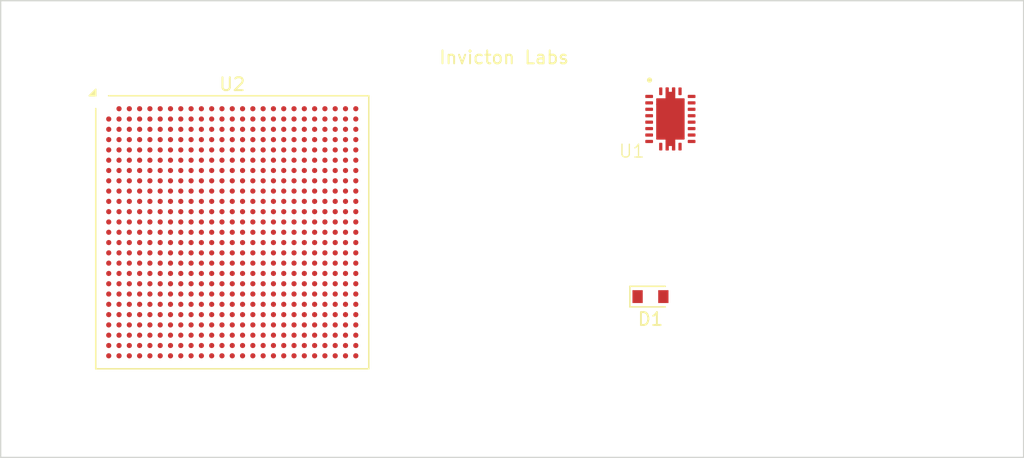
<source format=kicad_pcb>
(kicad_pcb (version 20241229) (generator "pcbnew") (generator_version "9.0")
  (layers (0 "F.Cu" signal) (2 "B.Cu" signal) (13 "F.Paste" user) (15 "B.Paste" user) (5 "F.SilkS" user "F.Silkscreen") (7 "B.SilkS" user "B.Silkscreen") (1 "F.Mask" user) (3 "B.Mask" user) (25 "Edge.Cuts" user))
  (net 0 "")
  (net 28 "Net-(U2A-GND-PadA13)")
  (net 38 "Net-(U2A-VDD_PU_CAP-PadH17)")
  (net 42 "Net-(U2A-VDD_HIGH_IN-PadH9)")
  (net 55 "Net-(U2U-NVCC_DRAM-PadR18)")
  (net 80 "Net-(U2A-VDD_ARM23_CAP-PadH11)")
  (net 103 "Net-(U2A-VDD_SOC_CAP-PadR10)")
  (net 110 "Net-(U2A-VDD_SOC_IN-PadH16)")
  (net 123 "Net-(U2A-VDD_ARM23_IN-PadK9)")
  (net 143 "Net-(U2A-VDD_ARM_CAP-PadH13)")
  (net 226 "Net-(U2A-VDD_ARM_IN-PadH14)")
  (net 267 "Net-(U2A-VDD_HIGH_CAP-PadH10)")
  (footprint "Package_BGA:BGA-624_21x21mm_Layout25x25_P0.8mm" (layer "F.Cu") (at 118 78)
    (property "Reference" "U2" (at 0 -11.5 0) (layer "F.SilkS"))
    (property "Value" "MCIMX6D4AVT")
    (pad "A2" smd circle (at -8.8 -9.6) (size 0.4 0.4) (property pad_prop_bga) (layers "F.Cu" "F.Mask" "F.Paste"))
    (pad "A3" smd circle (at -8 -9.6) (size 0.4 0.4) (property pad_prop_bga) (layers "F.Cu" "F.Mask" "F.Paste"))
    (pad "A4" smd circle (at -7.2 -9.6) (size 0.4 0.4) (property pad_prop_bga) (layers "F.Cu" "F.Mask" "F.Paste") (net 28 "Net-(U2A-GND-PadA13)"))
    (pad "A5" smd circle (at -6.4 -9.6) (size 0.4 0.4) (property pad_prop_bga) (layers "F.Cu" "F.Mask" "F.Paste"))
    (pad "A6" smd circle (at -5.6 -9.6) (size 0.4 0.4) (property pad_prop_bga) (layers "F.Cu" "F.Mask" "F.Paste"))
    (pad "A7" smd circle (at -4.8 -9.6) (size 0.4 0.4) (property pad_prop_bga) (layers "F.Cu" "F.Mask" "F.Paste"))
    (pad "A8" smd circle (at -4 -9.6) (size 0.4 0.4) (property pad_prop_bga) (layers "F.Cu" "F.Mask" "F.Paste") (net 28 "Net-(U2A-GND-PadA13)"))
    (pad "A9" smd circle (at -3.2 -9.6) (size 0.4 0.4) (property pad_prop_bga) (layers "F.Cu" "F.Mask" "F.Paste"))
    (pad "A10" smd circle (at -2.4 -9.6) (size 0.4 0.4) (property pad_prop_bga) (layers "F.Cu" "F.Mask" "F.Paste"))
    (pad "A11" smd circle (at -1.6 -9.6) (size 0.4 0.4) (property pad_prop_bga) (layers "F.Cu" "F.Mask" "F.Paste"))
    (pad "A12" smd circle (at -0.8 -9.6) (size 0.4 0.4) (property pad_prop_bga) (layers "F.Cu" "F.Mask" "F.Paste"))
    (pad "A13" smd circle (at 0 -9.6) (size 0.4 0.4) (property pad_prop_bga) (layers "F.Cu" "F.Mask" "F.Paste") (net 28 "Net-(U2A-GND-PadA13)"))
    (pad "A14" smd circle (at 0.8 -9.6) (size 0.4 0.4) (property pad_prop_bga) (layers "F.Cu" "F.Mask" "F.Paste"))
    (pad "A15" smd circle (at 1.6 -9.6) (size 0.4 0.4) (property pad_prop_bga) (layers "F.Cu" "F.Mask" "F.Paste"))
    (pad "A16" smd circle (at 2.4 -9.6) (size 0.4 0.4) (property pad_prop_bga) (layers "F.Cu" "F.Mask" "F.Paste"))
    (pad "A17" smd circle (at 3.2 -9.6) (size 0.4 0.4) (property pad_prop_bga) (layers "F.Cu" "F.Mask" "F.Paste"))
    (pad "A18" smd circle (at 4 -9.6) (size 0.4 0.4) (property pad_prop_bga) (layers "F.Cu" "F.Mask" "F.Paste"))
    (pad "A19" smd circle (at 4.8 -9.6) (size 0.4 0.4) (property pad_prop_bga) (layers "F.Cu" "F.Mask" "F.Paste"))
    (pad "A20" smd circle (at 5.6 -9.6) (size 0.4 0.4) (property pad_prop_bga) (layers "F.Cu" "F.Mask" "F.Paste"))
    (pad "A21" smd circle (at 6.4 -9.6) (size 0.4 0.4) (property pad_prop_bga) (layers "F.Cu" "F.Mask" "F.Paste"))
    (pad "A22" smd circle (at 7.2 -9.6) (size 0.4 0.4) (property pad_prop_bga) (layers "F.Cu" "F.Mask" "F.Paste"))
    (pad "A23" smd circle (at 8 -9.6) (size 0.4 0.4) (property pad_prop_bga) (layers "F.Cu" "F.Mask" "F.Paste"))
    (pad "A24" smd circle (at 8.8 -9.6) (size 0.4 0.4) (property pad_prop_bga) (layers "F.Cu" "F.Mask" "F.Paste"))
    (pad "A25" smd circle (at 9.6 -9.6) (size 0.4 0.4) (property pad_prop_bga) (layers "F.Cu" "F.Mask" "F.Paste") (net 28 "Net-(U2A-GND-PadA13)"))
    (pad "AA1" smd circle (at -9.6 6.4) (size 0.4 0.4) (property pad_prop_bga) (layers "F.Cu" "F.Mask" "F.Paste"))
    (pad "AA2" smd circle (at -8.8 6.4) (size 0.4 0.4) (property pad_prop_bga) (layers "F.Cu" "F.Mask" "F.Paste"))
    (pad "AA3" smd circle (at -8 6.4) (size 0.4 0.4) (property pad_prop_bga) (layers "F.Cu" "F.Mask" "F.Paste"))
    (pad "AA4" smd circle (at -7.2 6.4) (size 0.4 0.4) (property pad_prop_bga) (layers "F.Cu" "F.Mask" "F.Paste"))
    (pad "AA5" smd circle (at -6.4 6.4) (size 0.4 0.4) (property pad_prop_bga) (layers "F.Cu" "F.Mask" "F.Paste"))
    (pad "AA6" smd circle (at -5.6 6.4) (size 0.4 0.4) (property pad_prop_bga) (layers "F.Cu" "F.Mask" "F.Paste"))
    (pad "AA7" smd circle (at -4.8 6.4) (size 0.4 0.4) (property pad_prop_bga) (layers "F.Cu" "F.Mask" "F.Paste") (net 28 "Net-(U2A-GND-PadA13)"))
    (pad "AA8" smd circle (at -4 6.4) (size 0.4 0.4) (property pad_prop_bga) (layers "F.Cu" "F.Mask" "F.Paste"))
    (pad "AA9" smd circle (at -3.2 6.4) (size 0.4 0.4) (property pad_prop_bga) (layers "F.Cu" "F.Mask" "F.Paste"))
    (pad "AA10" smd circle (at -2.4 6.4) (size 0.4 0.4) (property pad_prop_bga) (layers "F.Cu" "F.Mask" "F.Paste") (net 28 "Net-(U2A-GND-PadA13)"))
    (pad "AA11" smd circle (at -1.6 6.4) (size 0.4 0.4) (property pad_prop_bga) (layers "F.Cu" "F.Mask" "F.Paste"))
    (pad "AA12" smd circle (at -0.8 6.4) (size 0.4 0.4) (property pad_prop_bga) (layers "F.Cu" "F.Mask" "F.Paste"))
    (pad "AA13" smd circle (at 0 6.4) (size 0.4 0.4) (property pad_prop_bga) (layers "F.Cu" "F.Mask" "F.Paste") (net 28 "Net-(U2A-GND-PadA13)"))
    (pad "AA14" smd circle (at 0.8 6.4) (size 0.4 0.4) (property pad_prop_bga) (layers "F.Cu" "F.Mask" "F.Paste"))
    (pad "AA15" smd circle (at 1.6 6.4) (size 0.4 0.4) (property pad_prop_bga) (layers "F.Cu" "F.Mask" "F.Paste"))
    (pad "AA16" smd circle (at 2.4 6.4) (size 0.4 0.4) (property pad_prop_bga) (layers "F.Cu" "F.Mask" "F.Paste") (net 28 "Net-(U2A-GND-PadA13)"))
    (pad "AA17" smd circle (at 3.2 6.4) (size 0.4 0.4) (property pad_prop_bga) (layers "F.Cu" "F.Mask" "F.Paste"))
    (pad "AA18" smd circle (at 4 6.4) (size 0.4 0.4) (property pad_prop_bga) (layers "F.Cu" "F.Mask" "F.Paste"))
    (pad "AA19" smd circle (at 4.8 6.4) (size 0.4 0.4) (property pad_prop_bga) (layers "F.Cu" "F.Mask" "F.Paste") (net 28 "Net-(U2A-GND-PadA13)"))
    (pad "AA20" smd circle (at 5.6 6.4) (size 0.4 0.4) (property pad_prop_bga) (layers "F.Cu" "F.Mask" "F.Paste"))
    (pad "AA21" smd circle (at 6.4 6.4) (size 0.4 0.4) (property pad_prop_bga) (layers "F.Cu" "F.Mask" "F.Paste"))
    (pad "AA22" smd circle (at 7.2 6.4) (size 0.4 0.4) (property pad_prop_bga) (layers "F.Cu" "F.Mask" "F.Paste") (net 28 "Net-(U2A-GND-PadA13)"))
    (pad "AA23" smd circle (at 8 6.4) (size 0.4 0.4) (property pad_prop_bga) (layers "F.Cu" "F.Mask" "F.Paste"))
    (pad "AA24" smd circle (at 8.8 6.4) (size 0.4 0.4) (property pad_prop_bga) (layers "F.Cu" "F.Mask" "F.Paste"))
    (pad "AA25" smd circle (at 9.6 6.4) (size 0.4 0.4) (property pad_prop_bga) (layers "F.Cu" "F.Mask" "F.Paste"))
    (pad "AB1" smd circle (at -9.6 7.2) (size 0.4 0.4) (property pad_prop_bga) (layers "F.Cu" "F.Mask" "F.Paste"))
    (pad "AB2" smd circle (at -8.8 7.2) (size 0.4 0.4) (property pad_prop_bga) (layers "F.Cu" "F.Mask" "F.Paste"))
    (pad "AB3" smd circle (at -8 7.2) (size 0.4 0.4) (property pad_prop_bga) (layers "F.Cu" "F.Mask" "F.Paste") (net 28 "Net-(U2A-GND-PadA13)"))
    (pad "AB4" smd circle (at -7.2 7.2) (size 0.4 0.4) (property pad_prop_bga) (layers "F.Cu" "F.Mask" "F.Paste"))
    (pad "AB5" smd circle (at -6.4 7.2) (size 0.4 0.4) (property pad_prop_bga) (layers "F.Cu" "F.Mask" "F.Paste"))
    (pad "AB6" smd circle (at -5.6 7.2) (size 0.4 0.4) (property pad_prop_bga) (layers "F.Cu" "F.Mask" "F.Paste"))
    (pad "AB7" smd circle (at -4.8 7.2) (size 0.4 0.4) (property pad_prop_bga) (layers "F.Cu" "F.Mask" "F.Paste"))
    (pad "AB8" smd circle (at -4 7.2) (size 0.4 0.4) (property pad_prop_bga) (layers "F.Cu" "F.Mask" "F.Paste"))
    (pad "AB9" smd circle (at -3.2 7.2) (size 0.4 0.4) (property pad_prop_bga) (layers "F.Cu" "F.Mask" "F.Paste"))
    (pad "AB10" smd circle (at -2.4 7.2) (size 0.4 0.4) (property pad_prop_bga) (layers "F.Cu" "F.Mask" "F.Paste"))
    (pad "AB11" smd circle (at -1.6 7.2) (size 0.4 0.4) (property pad_prop_bga) (layers "F.Cu" "F.Mask" "F.Paste"))
    (pad "AB12" smd circle (at -0.8 7.2) (size 0.4 0.4) (property pad_prop_bga) (layers "F.Cu" "F.Mask" "F.Paste"))
    (pad "AB13" smd circle (at 0 7.2) (size 0.4 0.4) (property pad_prop_bga) (layers "F.Cu" "F.Mask" "F.Paste"))
    (pad "AB14" smd circle (at 0.8 7.2) (size 0.4 0.4) (property pad_prop_bga) (layers "F.Cu" "F.Mask" "F.Paste"))
    (pad "AB15" smd circle (at 1.6 7.2) (size 0.4 0.4) (property pad_prop_bga) (layers "F.Cu" "F.Mask" "F.Paste"))
    (pad "AB16" smd circle (at 2.4 7.2) (size 0.4 0.4) (property pad_prop_bga) (layers "F.Cu" "F.Mask" "F.Paste"))
    (pad "AB17" smd circle (at 3.2 7.2) (size 0.4 0.4) (property pad_prop_bga) (layers "F.Cu" "F.Mask" "F.Paste"))
    (pad "AB18" smd circle (at 4 7.2) (size 0.4 0.4) (property pad_prop_bga) (layers "F.Cu" "F.Mask" "F.Paste"))
    (pad "AB19" smd circle (at 4.8 7.2) (size 0.4 0.4) (property pad_prop_bga) (layers "F.Cu" "F.Mask" "F.Paste"))
    (pad "AB20" smd circle (at 5.6 7.2) (size 0.4 0.4) (property pad_prop_bga) (layers "F.Cu" "F.Mask" "F.Paste"))
    (pad "AB21" smd circle (at 6.4 7.2) (size 0.4 0.4) (property pad_prop_bga) (layers "F.Cu" "F.Mask" "F.Paste"))
    (pad "AB22" smd circle (at 7.2 7.2) (size 0.4 0.4) (property pad_prop_bga) (layers "F.Cu" "F.Mask" "F.Paste"))
    (pad "AB23" smd circle (at 8 7.2) (size 0.4 0.4) (property pad_prop_bga) (layers "F.Cu" "F.Mask" "F.Paste"))
    (pad "AB24" smd circle (at 8.8 7.2) (size 0.4 0.4) (property pad_prop_bga) (layers "F.Cu" "F.Mask" "F.Paste") (net 28 "Net-(U2A-GND-PadA13)"))
    (pad "AB25" smd circle (at 9.6 7.2) (size 0.4 0.4) (property pad_prop_bga) (layers "F.Cu" "F.Mask" "F.Paste"))
    (pad "AC1" smd circle (at -9.6 8) (size 0.4 0.4) (property pad_prop_bga) (layers "F.Cu" "F.Mask" "F.Paste"))
    (pad "AC2" smd circle (at -8.8 8) (size 0.4 0.4) (property pad_prop_bga) (layers "F.Cu" "F.Mask" "F.Paste"))
    (pad "AC3" smd circle (at -8 8) (size 0.4 0.4) (property pad_prop_bga) (layers "F.Cu" "F.Mask" "F.Paste"))
    (pad "AC4" smd circle (at -7.2 8) (size 0.4 0.4) (property pad_prop_bga) (layers "F.Cu" "F.Mask" "F.Paste"))
    (pad "AC5" smd circle (at -6.4 8) (size 0.4 0.4) (property pad_prop_bga) (layers "F.Cu" "F.Mask" "F.Paste"))
    (pad "AC6" smd circle (at -5.6 8) (size 0.4 0.4) (property pad_prop_bga) (layers "F.Cu" "F.Mask" "F.Paste"))
    (pad "AC7" smd circle (at -4.8 8) (size 0.4 0.4) (property pad_prop_bga) (layers "F.Cu" "F.Mask" "F.Paste"))
    (pad "AC8" smd circle (at -4 8) (size 0.4 0.4) (property pad_prop_bga) (layers "F.Cu" "F.Mask" "F.Paste"))
    (pad "AC9" smd circle (at -3.2 8) (size 0.4 0.4) (property pad_prop_bga) (layers "F.Cu" "F.Mask" "F.Paste"))
    (pad "AC10" smd circle (at -2.4 8) (size 0.4 0.4) (property pad_prop_bga) (layers "F.Cu" "F.Mask" "F.Paste"))
    (pad "AC11" smd circle (at -1.6 8) (size 0.4 0.4) (property pad_prop_bga) (layers "F.Cu" "F.Mask" "F.Paste"))
    (pad "AC12" smd circle (at -0.8 8) (size 0.4 0.4) (property pad_prop_bga) (layers "F.Cu" "F.Mask" "F.Paste"))
    (pad "AC13" smd circle (at 0 8) (size 0.4 0.4) (property pad_prop_bga) (layers "F.Cu" "F.Mask" "F.Paste"))
    (pad "AC14" smd circle (at 0.8 8) (size 0.4 0.4) (property pad_prop_bga) (layers "F.Cu" "F.Mask" "F.Paste"))
    (pad "AC15" smd circle (at 1.6 8) (size 0.4 0.4) (property pad_prop_bga) (layers "F.Cu" "F.Mask" "F.Paste"))
    (pad "AC16" smd circle (at 2.4 8) (size 0.4 0.4) (property pad_prop_bga) (layers "F.Cu" "F.Mask" "F.Paste"))
    (pad "AC17" smd circle (at 3.2 8) (size 0.4 0.4) (property pad_prop_bga) (layers "F.Cu" "F.Mask" "F.Paste"))
    (pad "AC18" smd circle (at 4 8) (size 0.4 0.4) (property pad_prop_bga) (layers "F.Cu" "F.Mask" "F.Paste"))
    (pad "AC19" smd circle (at 4.8 8) (size 0.4 0.4) (property pad_prop_bga) (layers "F.Cu" "F.Mask" "F.Paste"))
    (pad "AC20" smd circle (at 5.6 8) (size 0.4 0.4) (property pad_prop_bga) (layers "F.Cu" "F.Mask" "F.Paste"))
    (pad "AC21" smd circle (at 6.4 8) (size 0.4 0.4) (property pad_prop_bga) (layers "F.Cu" "F.Mask" "F.Paste"))
    (pad "AC22" smd circle (at 7.2 8) (size 0.4 0.4) (property pad_prop_bga) (layers "F.Cu" "F.Mask" "F.Paste"))
    (pad "AC23" smd circle (at 8 8) (size 0.4 0.4) (property pad_prop_bga) (layers "F.Cu" "F.Mask" "F.Paste"))
    (pad "AC24" smd circle (at 8.8 8) (size 0.4 0.4) (property pad_prop_bga) (layers "F.Cu" "F.Mask" "F.Paste"))
    (pad "AC25" smd circle (at 9.6 8) (size 0.4 0.4) (property pad_prop_bga) (layers "F.Cu" "F.Mask" "F.Paste"))
    (pad "AD1" smd circle (at -9.6 8.8) (size 0.4 0.4) (property pad_prop_bga) (layers "F.Cu" "F.Mask" "F.Paste"))
    (pad "AD2" smd circle (at -8.8 8.8) (size 0.4 0.4) (property pad_prop_bga) (layers "F.Cu" "F.Mask" "F.Paste"))
    (pad "AD3" smd circle (at -8 8.8) (size 0.4 0.4) (property pad_prop_bga) (layers "F.Cu" "F.Mask" "F.Paste"))
    (pad "AD4" smd circle (at -7.2 8.8) (size 0.4 0.4) (property pad_prop_bga) (layers "F.Cu" "F.Mask" "F.Paste") (net 28 "Net-(U2A-GND-PadA13)"))
    (pad "AD5" smd circle (at -6.4 8.8) (size 0.4 0.4) (property pad_prop_bga) (layers "F.Cu" "F.Mask" "F.Paste"))
    (pad "AD6" smd circle (at -5.6 8.8) (size 0.4 0.4) (property pad_prop_bga) (layers "F.Cu" "F.Mask" "F.Paste"))
    (pad "AD7" smd circle (at -4.8 8.8) (size 0.4 0.4) (property pad_prop_bga) (layers "F.Cu" "F.Mask" "F.Paste") (net 28 "Net-(U2A-GND-PadA13)"))
    (pad "AD8" smd circle (at -4 8.8) (size 0.4 0.4) (property pad_prop_bga) (layers "F.Cu" "F.Mask" "F.Paste"))
    (pad "AD9" smd circle (at -3.2 8.8) (size 0.4 0.4) (property pad_prop_bga) (layers "F.Cu" "F.Mask" "F.Paste"))
    (pad "AD10" smd circle (at -2.4 8.8) (size 0.4 0.4) (property pad_prop_bga) (layers "F.Cu" "F.Mask" "F.Paste") (net 28 "Net-(U2A-GND-PadA13)"))
    (pad "AD11" smd circle (at -1.6 8.8) (size 0.4 0.4) (property pad_prop_bga) (layers "F.Cu" "F.Mask" "F.Paste"))
    (pad "AD12" smd circle (at -0.8 8.8) (size 0.4 0.4) (property pad_prop_bga) (layers "F.Cu" "F.Mask" "F.Paste"))
    (pad "AD13" smd circle (at 0 8.8) (size 0.4 0.4) (property pad_prop_bga) (layers "F.Cu" "F.Mask" "F.Paste") (net 28 "Net-(U2A-GND-PadA13)"))
    (pad "AD14" smd circle (at 0.8 8.8) (size 0.4 0.4) (property pad_prop_bga) (layers "F.Cu" "F.Mask" "F.Paste"))
    (pad "AD15" smd circle (at 1.6 8.8) (size 0.4 0.4) (property pad_prop_bga) (layers "F.Cu" "F.Mask" "F.Paste"))
    (pad "AD16" smd circle (at 2.4 8.8) (size 0.4 0.4) (property pad_prop_bga) (layers "F.Cu" "F.Mask" "F.Paste") (net 28 "Net-(U2A-GND-PadA13)"))
    (pad "AD17" smd circle (at 3.2 8.8) (size 0.4 0.4) (property pad_prop_bga) (layers "F.Cu" "F.Mask" "F.Paste"))
    (pad "AD18" smd circle (at 4 8.8) (size 0.4 0.4) (property pad_prop_bga) (layers "F.Cu" "F.Mask" "F.Paste"))
    (pad "AD19" smd circle (at 4.8 8.8) (size 0.4 0.4) (property pad_prop_bga) (layers "F.Cu" "F.Mask" "F.Paste") (net 28 "Net-(U2A-GND-PadA13)"))
    (pad "AD20" smd circle (at 5.6 8.8) (size 0.4 0.4) (property pad_prop_bga) (layers "F.Cu" "F.Mask" "F.Paste"))
    (pad "AD21" smd circle (at 6.4 8.8) (size 0.4 0.4) (property pad_prop_bga) (layers "F.Cu" "F.Mask" "F.Paste"))
    (pad "AD22" smd circle (at 7.2 8.8) (size 0.4 0.4) (property pad_prop_bga) (layers "F.Cu" "F.Mask" "F.Paste") (net 28 "Net-(U2A-GND-PadA13)"))
    (pad "AD23" smd circle (at 8 8.8) (size 0.4 0.4) (property pad_prop_bga) (layers "F.Cu" "F.Mask" "F.Paste"))
    (pad "AD24" smd circle (at 8.8 8.8) (size 0.4 0.4) (property pad_prop_bga) (layers "F.Cu" "F.Mask" "F.Paste"))
    (pad "AD25" smd circle (at 9.6 8.8) (size 0.4 0.4) (property pad_prop_bga) (layers "F.Cu" "F.Mask" "F.Paste"))
    (pad "AE1" smd circle (at -9.6 9.6) (size 0.4 0.4) (property pad_prop_bga) (layers "F.Cu" "F.Mask" "F.Paste") (net 28 "Net-(U2A-GND-PadA13)"))
    (pad "AE2" smd circle (at -8.8 9.6) (size 0.4 0.4) (property pad_prop_bga) (layers "F.Cu" "F.Mask" "F.Paste"))
    (pad "AE3" smd circle (at -8 9.6) (size 0.4 0.4) (property pad_prop_bga) (layers "F.Cu" "F.Mask" "F.Paste"))
    (pad "AE4" smd circle (at -7.2 9.6) (size 0.4 0.4) (property pad_prop_bga) (layers "F.Cu" "F.Mask" "F.Paste"))
    (pad "AE5" smd circle (at -6.4 9.6) (size 0.4 0.4) (property pad_prop_bga) (layers "F.Cu" "F.Mask" "F.Paste"))
    (pad "AE6" smd circle (at -5.6 9.6) (size 0.4 0.4) (property pad_prop_bga) (layers "F.Cu" "F.Mask" "F.Paste"))
    (pad "AE7" smd circle (at -4.8 9.6) (size 0.4 0.4) (property pad_prop_bga) (layers "F.Cu" "F.Mask" "F.Paste"))
    (pad "AE8" smd circle (at -4 9.6) (size 0.4 0.4) (property pad_prop_bga) (layers "F.Cu" "F.Mask" "F.Paste"))
    (pad "AE9" smd circle (at -3.2 9.6) (size 0.4 0.4) (property pad_prop_bga) (layers "F.Cu" "F.Mask" "F.Paste"))
    (pad "AE10" smd circle (at -2.4 9.6) (size 0.4 0.4) (property pad_prop_bga) (layers "F.Cu" "F.Mask" "F.Paste"))
    (pad "AE11" smd circle (at -1.6 9.6) (size 0.4 0.4) (property pad_prop_bga) (layers "F.Cu" "F.Mask" "F.Paste"))
    (pad "AE12" smd circle (at -0.8 9.6) (size 0.4 0.4) (property pad_prop_bga) (layers "F.Cu" "F.Mask" "F.Paste"))
    (pad "AE13" smd circle (at 0 9.6) (size 0.4 0.4) (property pad_prop_bga) (layers "F.Cu" "F.Mask" "F.Paste"))
    (pad "AE14" smd circle (at 0.8 9.6) (size 0.4 0.4) (property pad_prop_bga) (layers "F.Cu" "F.Mask" "F.Paste"))
    (pad "AE15" smd circle (at 1.6 9.6) (size 0.4 0.4) (property pad_prop_bga) (layers "F.Cu" "F.Mask" "F.Paste"))
    (pad "AE16" smd circle (at 2.4 9.6) (size 0.4 0.4) (property pad_prop_bga) (layers "F.Cu" "F.Mask" "F.Paste"))
    (pad "AE17" smd circle (at 3.2 9.6) (size 0.4 0.4) (property pad_prop_bga) (layers "F.Cu" "F.Mask" "F.Paste"))
    (pad "AE18" smd circle (at 4 9.6) (size 0.4 0.4) (property pad_prop_bga) (layers "F.Cu" "F.Mask" "F.Paste"))
    (pad "AE19" smd circle (at 4.8 9.6) (size 0.4 0.4) (property pad_prop_bga) (layers "F.Cu" "F.Mask" "F.Paste"))
    (pad "AE20" smd circle (at 5.6 9.6) (size 0.4 0.4) (property pad_prop_bga) (layers "F.Cu" "F.Mask" "F.Paste"))
    (pad "AE21" smd circle (at 6.4 9.6) (size 0.4 0.4) (property pad_prop_bga) (layers "F.Cu" "F.Mask" "F.Paste"))
    (pad "AE22" smd circle (at 7.2 9.6) (size 0.4 0.4) (property pad_prop_bga) (layers "F.Cu" "F.Mask" "F.Paste"))
    (pad "AE23" smd circle (at 8 9.6) (size 0.4 0.4) (property pad_prop_bga) (layers "F.Cu" "F.Mask" "F.Paste"))
    (pad "AE24" smd circle (at 8.8 9.6) (size 0.4 0.4) (property pad_prop_bga) (layers "F.Cu" "F.Mask" "F.Paste"))
    (pad "AE25" smd circle (at 9.6 9.6) (size 0.4 0.4) (property pad_prop_bga) (layers "F.Cu" "F.Mask" "F.Paste") (net 28 "Net-(U2A-GND-PadA13)"))
    (pad "B1" smd circle (at -9.6 -8.8) (size 0.4 0.4) (property pad_prop_bga) (layers "F.Cu" "F.Mask" "F.Paste"))
    (pad "B2" smd circle (at -8.8 -8.8) (size 0.4 0.4) (property pad_prop_bga) (layers "F.Cu" "F.Mask" "F.Paste"))
    (pad "B3" smd circle (at -8 -8.8) (size 0.4 0.4) (property pad_prop_bga) (layers "F.Cu" "F.Mask" "F.Paste"))
    (pad "B4" smd circle (at -7.2 -8.8) (size 0.4 0.4) (property pad_prop_bga) (layers "F.Cu" "F.Mask" "F.Paste") (net 28 "Net-(U2A-GND-PadA13)"))
    (pad "B5" smd circle (at -6.4 -8.8) (size 0.4 0.4) (property pad_prop_bga) (layers "F.Cu" "F.Mask" "F.Paste"))
    (pad "B6" smd circle (at -5.6 -8.8) (size 0.4 0.4) (property pad_prop_bga) (layers "F.Cu" "F.Mask" "F.Paste"))
    (pad "B7" smd circle (at -4.8 -8.8) (size 0.4 0.4) (property pad_prop_bga) (layers "F.Cu" "F.Mask" "F.Paste"))
    (pad "B8" smd circle (at -4 -8.8) (size 0.4 0.4) (property pad_prop_bga) (layers "F.Cu" "F.Mask" "F.Paste"))
    (pad "B9" smd circle (at -3.2 -8.8) (size 0.4 0.4) (property pad_prop_bga) (layers "F.Cu" "F.Mask" "F.Paste"))
    (pad "B10" smd circle (at -2.4 -8.8) (size 0.4 0.4) (property pad_prop_bga) (layers "F.Cu" "F.Mask" "F.Paste"))
    (pad "B11" smd circle (at -1.6 -8.8) (size 0.4 0.4) (property pad_prop_bga) (layers "F.Cu" "F.Mask" "F.Paste"))
    (pad "B12" smd circle (at -0.8 -8.8) (size 0.4 0.4) (property pad_prop_bga) (layers "F.Cu" "F.Mask" "F.Paste"))
    (pad "B13" smd circle (at 0 -8.8) (size 0.4 0.4) (property pad_prop_bga) (layers "F.Cu" "F.Mask" "F.Paste"))
    (pad "B14" smd circle (at 0.8 -8.8) (size 0.4 0.4) (property pad_prop_bga) (layers "F.Cu" "F.Mask" "F.Paste"))
    (pad "B15" smd circle (at 1.6 -8.8) (size 0.4 0.4) (property pad_prop_bga) (layers "F.Cu" "F.Mask" "F.Paste"))
    (pad "B16" smd circle (at 2.4 -8.8) (size 0.4 0.4) (property pad_prop_bga) (layers "F.Cu" "F.Mask" "F.Paste"))
    (pad "B17" smd circle (at 3.2 -8.8) (size 0.4 0.4) (property pad_prop_bga) (layers "F.Cu" "F.Mask" "F.Paste"))
    (pad "B18" smd circle (at 4 -8.8) (size 0.4 0.4) (property pad_prop_bga) (layers "F.Cu" "F.Mask" "F.Paste"))
    (pad "B19" smd circle (at 4.8 -8.8) (size 0.4 0.4) (property pad_prop_bga) (layers "F.Cu" "F.Mask" "F.Paste"))
    (pad "B20" smd circle (at 5.6 -8.8) (size 0.4 0.4) (property pad_prop_bga) (layers "F.Cu" "F.Mask" "F.Paste"))
    (pad "B21" smd circle (at 6.4 -8.8) (size 0.4 0.4) (property pad_prop_bga) (layers "F.Cu" "F.Mask" "F.Paste"))
    (pad "B22" smd circle (at 7.2 -8.8) (size 0.4 0.4) (property pad_prop_bga) (layers "F.Cu" "F.Mask" "F.Paste"))
    (pad "B23" smd circle (at 8 -8.8) (size 0.4 0.4) (property pad_prop_bga) (layers "F.Cu" "F.Mask" "F.Paste"))
    (pad "B24" smd circle (at 8.8 -8.8) (size 0.4 0.4) (property pad_prop_bga) (layers "F.Cu" "F.Mask" "F.Paste"))
    (pad "B25" smd circle (at 9.6 -8.8) (size 0.4 0.4) (property pad_prop_bga) (layers "F.Cu" "F.Mask" "F.Paste"))
    (pad "C1" smd circle (at -9.6 -8) (size 0.4 0.4) (property pad_prop_bga) (layers "F.Cu" "F.Mask" "F.Paste") (net 28 "Net-(U2A-GND-PadA13)"))
    (pad "C2" smd circle (at -8.8 -8) (size 0.4 0.4) (property pad_prop_bga) (layers "F.Cu" "F.Mask" "F.Paste"))
    (pad "C3" smd circle (at -8 -8) (size 0.4 0.4) (property pad_prop_bga) (layers "F.Cu" "F.Mask" "F.Paste"))
    (pad "C4" smd circle (at -7.2 -8) (size 0.4 0.4) (property pad_prop_bga) (layers "F.Cu" "F.Mask" "F.Paste") (net 28 "Net-(U2A-GND-PadA13)"))
    (pad "C5" smd circle (at -6.4 -8) (size 0.4 0.4) (property pad_prop_bga) (layers "F.Cu" "F.Mask" "F.Paste"))
    (pad "C6" smd circle (at -5.6 -8) (size 0.4 0.4) (property pad_prop_bga) (layers "F.Cu" "F.Mask" "F.Paste") (net 28 "Net-(U2A-GND-PadA13)"))
    (pad "C7" smd circle (at -4.8 -8) (size 0.4 0.4) (property pad_prop_bga) (layers "F.Cu" "F.Mask" "F.Paste"))
    (pad "C8" smd circle (at -4 -8) (size 0.4 0.4) (property pad_prop_bga) (layers "F.Cu" "F.Mask" "F.Paste"))
    (pad "C9" smd circle (at -3.2 -8) (size 0.4 0.4) (property pad_prop_bga) (layers "F.Cu" "F.Mask" "F.Paste"))
    (pad "C10" smd circle (at -2.4 -8) (size 0.4 0.4) (property pad_prop_bga) (layers "F.Cu" "F.Mask" "F.Paste") (net 28 "Net-(U2A-GND-PadA13)"))
    (pad "C11" smd circle (at -1.6 -8) (size 0.4 0.4) (property pad_prop_bga) (layers "F.Cu" "F.Mask" "F.Paste"))
    (pad "C12" smd circle (at -0.8 -8) (size 0.4 0.4) (property pad_prop_bga) (layers "F.Cu" "F.Mask" "F.Paste"))
    (pad "C13" smd circle (at 0 -8) (size 0.4 0.4) (property pad_prop_bga) (layers "F.Cu" "F.Mask" "F.Paste"))
    (pad "C14" smd circle (at 0.8 -8) (size 0.4 0.4) (property pad_prop_bga) (layers "F.Cu" "F.Mask" "F.Paste"))
    (pad "C15" smd circle (at 1.6 -8) (size 0.4 0.4) (property pad_prop_bga) (layers "F.Cu" "F.Mask" "F.Paste"))
    (pad "C16" smd circle (at 2.4 -8) (size 0.4 0.4) (property pad_prop_bga) (layers "F.Cu" "F.Mask" "F.Paste"))
    (pad "C17" smd circle (at 3.2 -8) (size 0.4 0.4) (property pad_prop_bga) (layers "F.Cu" "F.Mask" "F.Paste"))
    (pad "C18" smd circle (at 4 -8) (size 0.4 0.4) (property pad_prop_bga) (layers "F.Cu" "F.Mask" "F.Paste"))
    (pad "C19" smd circle (at 4.8 -8) (size 0.4 0.4) (property pad_prop_bga) (layers "F.Cu" "F.Mask" "F.Paste"))
    (pad "C20" smd circle (at 5.6 -8) (size 0.4 0.4) (property pad_prop_bga) (layers "F.Cu" "F.Mask" "F.Paste"))
    (pad "C21" smd circle (at 6.4 -8) (size 0.4 0.4) (property pad_prop_bga) (layers "F.Cu" "F.Mask" "F.Paste"))
    (pad "C22" smd circle (at 7.2 -8) (size 0.4 0.4) (property pad_prop_bga) (layers "F.Cu" "F.Mask" "F.Paste"))
    (pad "C23" smd circle (at 8 -8) (size 0.4 0.4) (property pad_prop_bga) (layers "F.Cu" "F.Mask" "F.Paste"))
    (pad "C24" smd circle (at 8.8 -8) (size 0.4 0.4) (property pad_prop_bga) (layers "F.Cu" "F.Mask" "F.Paste"))
    (pad "C25" smd circle (at 9.6 -8) (size 0.4 0.4) (property pad_prop_bga) (layers "F.Cu" "F.Mask" "F.Paste"))
    (pad "D1" smd circle (at -9.6 -7.2) (size 0.4 0.4) (property pad_prop_bga) (layers "F.Cu" "F.Mask" "F.Paste"))
    (pad "D2" smd circle (at -8.8 -7.2) (size 0.4 0.4) (property pad_prop_bga) (layers "F.Cu" "F.Mask" "F.Paste"))
    (pad "D3" smd circle (at -8 -7.2) (size 0.4 0.4) (property pad_prop_bga) (layers "F.Cu" "F.Mask" "F.Paste") (net 28 "Net-(U2A-GND-PadA13)"))
    (pad "D4" smd circle (at -7.2 -7.2) (size 0.4 0.4) (property pad_prop_bga) (layers "F.Cu" "F.Mask" "F.Paste"))
    (pad "D5" smd circle (at -6.4 -7.2) (size 0.4 0.4) (property pad_prop_bga) (layers "F.Cu" "F.Mask" "F.Paste"))
    (pad "D6" smd circle (at -5.6 -7.2) (size 0.4 0.4) (property pad_prop_bga) (layers "F.Cu" "F.Mask" "F.Paste") (net 28 "Net-(U2A-GND-PadA13)"))
    (pad "D7" smd circle (at -4.8 -7.2) (size 0.4 0.4) (property pad_prop_bga) (layers "F.Cu" "F.Mask" "F.Paste"))
    (pad "D8" smd circle (at -4 -7.2) (size 0.4 0.4) (property pad_prop_bga) (layers "F.Cu" "F.Mask" "F.Paste") (net 28 "Net-(U2A-GND-PadA13)"))
    (pad "D9" smd circle (at -3.2 -7.2) (size 0.4 0.4) (property pad_prop_bga) (layers "F.Cu" "F.Mask" "F.Paste"))
    (pad "D10" smd circle (at -2.4 -7.2) (size 0.4 0.4) (property pad_prop_bga) (layers "F.Cu" "F.Mask" "F.Paste"))
    (pad "D11" smd circle (at -1.6 -7.2) (size 0.4 0.4) (property pad_prop_bga) (layers "F.Cu" "F.Mask" "F.Paste"))
    (pad "D12" smd circle (at -0.8 -7.2) (size 0.4 0.4) (property pad_prop_bga) (layers "F.Cu" "F.Mask" "F.Paste"))
    (pad "D13" smd circle (at 0 -7.2) (size 0.4 0.4) (property pad_prop_bga) (layers "F.Cu" "F.Mask" "F.Paste"))
    (pad "D14" smd circle (at 0.8 -7.2) (size 0.4 0.4) (property pad_prop_bga) (layers "F.Cu" "F.Mask" "F.Paste"))
    (pad "D15" smd circle (at 1.6 -7.2) (size 0.4 0.4) (property pad_prop_bga) (layers "F.Cu" "F.Mask" "F.Paste"))
    (pad "D16" smd circle (at 2.4 -7.2) (size 0.4 0.4) (property pad_prop_bga) (layers "F.Cu" "F.Mask" "F.Paste"))
    (pad "D17" smd circle (at 3.2 -7.2) (size 0.4 0.4) (property pad_prop_bga) (layers "F.Cu" "F.Mask" "F.Paste"))
    (pad "D18" smd circle (at 4 -7.2) (size 0.4 0.4) (property pad_prop_bga) (layers "F.Cu" "F.Mask" "F.Paste"))
    (pad "D19" smd circle (at 4.8 -7.2) (size 0.4 0.4) (property pad_prop_bga) (layers "F.Cu" "F.Mask" "F.Paste"))
    (pad "D20" smd circle (at 5.6 -7.2) (size 0.4 0.4) (property pad_prop_bga) (layers "F.Cu" "F.Mask" "F.Paste"))
    (pad "D21" smd circle (at 6.4 -7.2) (size 0.4 0.4) (property pad_prop_bga) (layers "F.Cu" "F.Mask" "F.Paste"))
    (pad "D22" smd circle (at 7.2 -7.2) (size 0.4 0.4) (property pad_prop_bga) (layers "F.Cu" "F.Mask" "F.Paste"))
    (pad "D23" smd circle (at 8 -7.2) (size 0.4 0.4) (property pad_prop_bga) (layers "F.Cu" "F.Mask" "F.Paste"))
    (pad "D24" smd circle (at 8.8 -7.2) (size 0.4 0.4) (property pad_prop_bga) (layers "F.Cu" "F.Mask" "F.Paste"))
    (pad "D25" smd circle (at 9.6 -7.2) (size 0.4 0.4) (property pad_prop_bga) (layers "F.Cu" "F.Mask" "F.Paste"))
    (pad "E1" smd circle (at -9.6 -6.4) (size 0.4 0.4) (property pad_prop_bga) (layers "F.Cu" "F.Mask" "F.Paste"))
    (pad "E2" smd circle (at -8.8 -6.4) (size 0.4 0.4) (property pad_prop_bga) (layers "F.Cu" "F.Mask" "F.Paste"))
    (pad "E3" smd circle (at -8 -6.4) (size 0.4 0.4) (property pad_prop_bga) (layers "F.Cu" "F.Mask" "F.Paste"))
    (pad "E4" smd circle (at -7.2 -6.4) (size 0.4 0.4) (property pad_prop_bga) (layers "F.Cu" "F.Mask" "F.Paste"))
    (pad "E5" smd circle (at -6.4 -6.4) (size 0.4 0.4) (property pad_prop_bga) (layers "F.Cu" "F.Mask" "F.Paste") (net 28 "Net-(U2A-GND-PadA13)"))
    (pad "E6" smd circle (at -5.6 -6.4) (size 0.4 0.4) (property pad_prop_bga) (layers "F.Cu" "F.Mask" "F.Paste") (net 28 "Net-(U2A-GND-PadA13)"))
    (pad "E7" smd circle (at -4.8 -6.4) (size 0.4 0.4) (property pad_prop_bga) (layers "F.Cu" "F.Mask" "F.Paste") (net 28 "Net-(U2A-GND-PadA13)"))
    (pad "E8" smd circle (at -4 -6.4) (size 0.4 0.4) (property pad_prop_bga) (layers "F.Cu" "F.Mask" "F.Paste"))
    (pad "E9" smd circle (at -3.2 -6.4) (size 0.4 0.4) (property pad_prop_bga) (layers "F.Cu" "F.Mask" "F.Paste"))
    (pad "E10" smd circle (at -2.4 -6.4) (size 0.4 0.4) (property pad_prop_bga) (layers "F.Cu" "F.Mask" "F.Paste"))
    (pad "E11" smd circle (at -1.6 -6.4) (size 0.4 0.4) (property pad_prop_bga) (layers "F.Cu" "F.Mask" "F.Paste"))
    (pad "E12" smd circle (at -0.8 -6.4) (size 0.4 0.4) (property pad_prop_bga) (layers "F.Cu" "F.Mask" "F.Paste"))
    (pad "E13" smd circle (at 0 -6.4) (size 0.4 0.4) (property pad_prop_bga) (layers "F.Cu" "F.Mask" "F.Paste"))
    (pad "E14" smd circle (at 0.8 -6.4) (size 0.4 0.4) (property pad_prop_bga) (layers "F.Cu" "F.Mask" "F.Paste"))
    (pad "E15" smd circle (at 1.6 -6.4) (size 0.4 0.4) (property pad_prop_bga) (layers "F.Cu" "F.Mask" "F.Paste"))
    (pad "E16" smd circle (at 2.4 -6.4) (size 0.4 0.4) (property pad_prop_bga) (layers "F.Cu" "F.Mask" "F.Paste"))
    (pad "E17" smd circle (at 3.2 -6.4) (size 0.4 0.4) (property pad_prop_bga) (layers "F.Cu" "F.Mask" "F.Paste"))
    (pad "E18" smd circle (at 4 -6.4) (size 0.4 0.4) (property pad_prop_bga) (layers "F.Cu" "F.Mask" "F.Paste"))
    (pad "E19" smd circle (at 4.8 -6.4) (size 0.4 0.4) (property pad_prop_bga) (layers "F.Cu" "F.Mask" "F.Paste"))
    (pad "E20" smd circle (at 5.6 -6.4) (size 0.4 0.4) (property pad_prop_bga) (layers "F.Cu" "F.Mask" "F.Paste"))
    (pad "E21" smd circle (at 6.4 -6.4) (size 0.4 0.4) (property pad_prop_bga) (layers "F.Cu" "F.Mask" "F.Paste"))
    (pad "E22" smd circle (at 7.2 -6.4) (size 0.4 0.4) (property pad_prop_bga) (layers "F.Cu" "F.Mask" "F.Paste"))
    (pad "E23" smd circle (at 8 -6.4) (size 0.4 0.4) (property pad_prop_bga) (layers "F.Cu" "F.Mask" "F.Paste"))
    (pad "E24" smd circle (at 8.8 -6.4) (size 0.4 0.4) (property pad_prop_bga) (layers "F.Cu" "F.Mask" "F.Paste"))
    (pad "E25" smd circle (at 9.6 -6.4) (size 0.4 0.4) (property pad_prop_bga) (layers "F.Cu" "F.Mask" "F.Paste"))
    (pad "F1" smd circle (at -9.6 -5.6) (size 0.4 0.4) (property pad_prop_bga) (layers "F.Cu" "F.Mask" "F.Paste"))
    (pad "F2" smd circle (at -8.8 -5.6) (size 0.4 0.4) (property pad_prop_bga) (layers "F.Cu" "F.Mask" "F.Paste"))
    (pad "F3" smd circle (at -8 -5.6) (size 0.4 0.4) (property pad_prop_bga) (layers "F.Cu" "F.Mask" "F.Paste"))
    (pad "F4" smd circle (at -7.2 -5.6) (size 0.4 0.4) (property pad_prop_bga) (layers "F.Cu" "F.Mask" "F.Paste"))
    (pad "F5" smd circle (at -6.4 -5.6) (size 0.4 0.4) (property pad_prop_bga) (layers "F.Cu" "F.Mask" "F.Paste") (net 28 "Net-(U2A-GND-PadA13)"))
    (pad "F6" smd circle (at -5.6 -5.6) (size 0.4 0.4) (property pad_prop_bga) (layers "F.Cu" "F.Mask" "F.Paste") (net 28 "Net-(U2A-GND-PadA13)"))
    (pad "F7" smd circle (at -4.8 -5.6) (size 0.4 0.4) (property pad_prop_bga) (layers "F.Cu" "F.Mask" "F.Paste") (net 28 "Net-(U2A-GND-PadA13)"))
    (pad "F8" smd circle (at -4 -5.6) (size 0.4 0.4) (property pad_prop_bga) (layers "F.Cu" "F.Mask" "F.Paste") (net 28 "Net-(U2A-GND-PadA13)"))
    (pad "F9" smd circle (at -3.2 -5.6) (size 0.4 0.4) (property pad_prop_bga) (layers "F.Cu" "F.Mask" "F.Paste"))
    (pad "F10" smd circle (at -2.4 -5.6) (size 0.4 0.4) (property pad_prop_bga) (layers "F.Cu" "F.Mask" "F.Paste"))
    (pad "F11" smd circle (at -1.6 -5.6) (size 0.4 0.4) (property pad_prop_bga) (layers "F.Cu" "F.Mask" "F.Paste"))
    (pad "F12" smd circle (at -0.8 -5.6) (size 0.4 0.4) (property pad_prop_bga) (layers "F.Cu" "F.Mask" "F.Paste"))
    (pad "F13" smd circle (at 0 -5.6) (size 0.4 0.4) (property pad_prop_bga) (layers "F.Cu" "F.Mask" "F.Paste"))
    (pad "F14" smd circle (at 0.8 -5.6) (size 0.4 0.4) (property pad_prop_bga) (layers "F.Cu" "F.Mask" "F.Paste"))
    (pad "F15" smd circle (at 1.6 -5.6) (size 0.4 0.4) (property pad_prop_bga) (layers "F.Cu" "F.Mask" "F.Paste"))
    (pad "F16" smd circle (at 2.4 -5.6) (size 0.4 0.4) (property pad_prop_bga) (layers "F.Cu" "F.Mask" "F.Paste"))
    (pad "F17" smd circle (at 3.2 -5.6) (size 0.4 0.4) (property pad_prop_bga) (layers "F.Cu" "F.Mask" "F.Paste"))
    (pad "F18" smd circle (at 4 -5.6) (size 0.4 0.4) (property pad_prop_bga) (layers "F.Cu" "F.Mask" "F.Paste"))
    (pad "F19" smd circle (at 4.8 -5.6) (size 0.4 0.4) (property pad_prop_bga) (layers "F.Cu" "F.Mask" "F.Paste"))
    (pad "F20" smd circle (at 5.6 -5.6) (size 0.4 0.4) (property pad_prop_bga) (layers "F.Cu" "F.Mask" "F.Paste"))
    (pad "F21" smd circle (at 6.4 -5.6) (size 0.4 0.4) (property pad_prop_bga) (layers "F.Cu" "F.Mask" "F.Paste"))
    (pad "F22" smd circle (at 7.2 -5.6) (size 0.4 0.4) (property pad_prop_bga) (layers "F.Cu" "F.Mask" "F.Paste"))
    (pad "F23" smd circle (at 8 -5.6) (size 0.4 0.4) (property pad_prop_bga) (layers "F.Cu" "F.Mask" "F.Paste"))
    (pad "F24" smd circle (at 8.8 -5.6) (size 0.4 0.4) (property pad_prop_bga) (layers "F.Cu" "F.Mask" "F.Paste"))
    (pad "F25" smd circle (at 9.6 -5.6) (size 0.4 0.4) (property pad_prop_bga) (layers "F.Cu" "F.Mask" "F.Paste"))
    (pad "G1" smd circle (at -9.6 -4.8) (size 0.4 0.4) (property pad_prop_bga) (layers "F.Cu" "F.Mask" "F.Paste"))
    (pad "G2" smd circle (at -8.8 -4.8) (size 0.4 0.4) (property pad_prop_bga) (layers "F.Cu" "F.Mask" "F.Paste"))
    (pad "G3" smd circle (at -8 -4.8) (size 0.4 0.4) (property pad_prop_bga) (layers "F.Cu" "F.Mask" "F.Paste") (net 28 "Net-(U2A-GND-PadA13)"))
    (pad "G4" smd circle (at -7.2 -4.8) (size 0.4 0.4) (property pad_prop_bga) (layers "F.Cu" "F.Mask" "F.Paste"))
    (pad "G5" smd circle (at -6.4 -4.8) (size 0.4 0.4) (property pad_prop_bga) (layers "F.Cu" "F.Mask" "F.Paste"))
    (pad "G6" smd circle (at -5.6 -4.8) (size 0.4 0.4) (property pad_prop_bga) (layers "F.Cu" "F.Mask" "F.Paste"))
    (pad "G7" smd circle (at -4.8 -4.8) (size 0.4 0.4) (property pad_prop_bga) (layers "F.Cu" "F.Mask" "F.Paste"))
    (pad "G8" smd circle (at -4 -4.8) (size 0.4 0.4) (property pad_prop_bga) (layers "F.Cu" "F.Mask" "F.Paste"))
    (pad "G9" smd circle (at -3.2 -4.8) (size 0.4 0.4) (property pad_prop_bga) (layers "F.Cu" "F.Mask" "F.Paste"))
    (pad "G10" smd circle (at -2.4 -4.8) (size 0.4 0.4) (property pad_prop_bga) (layers "F.Cu" "F.Mask" "F.Paste") (net 28 "Net-(U2A-GND-PadA13)"))
    (pad "G11" smd circle (at -1.6 -4.8) (size 0.4 0.4) (property pad_prop_bga) (layers "F.Cu" "F.Mask" "F.Paste"))
    (pad "G12" smd circle (at -0.8 -4.8) (size 0.4 0.4) (property pad_prop_bga) (layers "F.Cu" "F.Mask" "F.Paste"))
    (pad "G13" smd circle (at 0 -4.8) (size 0.4 0.4) (property pad_prop_bga) (layers "F.Cu" "F.Mask" "F.Paste"))
    (pad "G14" smd circle (at 0.8 -4.8) (size 0.4 0.4) (property pad_prop_bga) (layers "F.Cu" "F.Mask" "F.Paste"))
    (pad "G15" smd circle (at 1.6 -4.8) (size 0.4 0.4) (property pad_prop_bga) (layers "F.Cu" "F.Mask" "F.Paste"))
    (pad "G16" smd circle (at 2.4 -4.8) (size 0.4 0.4) (property pad_prop_bga) (layers "F.Cu" "F.Mask" "F.Paste"))
    (pad "G17" smd circle (at 3.2 -4.8) (size 0.4 0.4) (property pad_prop_bga) (layers "F.Cu" "F.Mask" "F.Paste"))
    (pad "G18" smd circle (at 4 -4.8) (size 0.4 0.4) (property pad_prop_bga) (layers "F.Cu" "F.Mask" "F.Paste"))
    (pad "G19" smd circle (at 4.8 -4.8) (size 0.4 0.4) (property pad_prop_bga) (layers "F.Cu" "F.Mask" "F.Paste") (net 28 "Net-(U2A-GND-PadA13)"))
    (pad "G20" smd circle (at 5.6 -4.8) (size 0.4 0.4) (property pad_prop_bga) (layers "F.Cu" "F.Mask" "F.Paste"))
    (pad "G21" smd circle (at 6.4 -4.8) (size 0.4 0.4) (property pad_prop_bga) (layers "F.Cu" "F.Mask" "F.Paste"))
    (pad "G22" smd circle (at 7.2 -4.8) (size 0.4 0.4) (property pad_prop_bga) (layers "F.Cu" "F.Mask" "F.Paste"))
    (pad "G23" smd circle (at 8 -4.8) (size 0.4 0.4) (property pad_prop_bga) (layers "F.Cu" "F.Mask" "F.Paste"))
    (pad "G24" smd circle (at 8.8 -4.8) (size 0.4 0.4) (property pad_prop_bga) (layers "F.Cu" "F.Mask" "F.Paste"))
    (pad "G25" smd circle (at 9.6 -4.8) (size 0.4 0.4) (property pad_prop_bga) (layers "F.Cu" "F.Mask" "F.Paste"))
    (pad "H1" smd circle (at -9.6 -4) (size 0.4 0.4) (property pad_prop_bga) (layers "F.Cu" "F.Mask" "F.Paste"))
    (pad "H2" smd circle (at -8.8 -4) (size 0.4 0.4) (property pad_prop_bga) (layers "F.Cu" "F.Mask" "F.Paste"))
    (pad "H3" smd circle (at -8 -4) (size 0.4 0.4) (property pad_prop_bga) (layers "F.Cu" "F.Mask" "F.Paste"))
    (pad "H4" smd circle (at -7.2 -4) (size 0.4 0.4) (property pad_prop_bga) (layers "F.Cu" "F.Mask" "F.Paste"))
    (pad "H5" smd circle (at -6.4 -4) (size 0.4 0.4) (property pad_prop_bga) (layers "F.Cu" "F.Mask" "F.Paste"))
    (pad "H6" smd circle (at -5.6 -4) (size 0.4 0.4) (property pad_prop_bga) (layers "F.Cu" "F.Mask" "F.Paste"))
    (pad "H7" smd circle (at -4.8 -4) (size 0.4 0.4) (property pad_prop_bga) (layers "F.Cu" "F.Mask" "F.Paste"))
    (pad "H8" smd circle (at -4 -4) (size 0.4 0.4) (property pad_prop_bga) (layers "F.Cu" "F.Mask" "F.Paste") (net 28 "Net-(U2A-GND-PadA13)"))
    (pad "H9" smd circle (at -3.2 -4) (size 0.4 0.4) (property pad_prop_bga) (layers "F.Cu" "F.Mask" "F.Paste") (net 42 "Net-(U2A-VDD_HIGH_IN-PadH9)"))
    (pad "H10" smd circle (at -2.4 -4) (size 0.4 0.4) (property pad_prop_bga) (layers "F.Cu" "F.Mask" "F.Paste") (net 267 "Net-(U2A-VDD_HIGH_CAP-PadH10)"))
    (pad "H11" smd circle (at -1.6 -4) (size 0.4 0.4) (property pad_prop_bga) (layers "F.Cu" "F.Mask" "F.Paste") (net 80 "Net-(U2A-VDD_ARM23_CAP-PadH11)"))
    (pad "H12" smd circle (at -0.8 -4) (size 0.4 0.4) (property pad_prop_bga) (layers "F.Cu" "F.Mask" "F.Paste") (net 28 "Net-(U2A-GND-PadA13)"))
    (pad "H13" smd circle (at 0 -4) (size 0.4 0.4) (property pad_prop_bga) (layers "F.Cu" "F.Mask" "F.Paste") (net 143 "Net-(U2A-VDD_ARM_CAP-PadH13)"))
    (pad "H14" smd circle (at 0.8 -4) (size 0.4 0.4) (property pad_prop_bga) (layers "F.Cu" "F.Mask" "F.Paste") (net 226 "Net-(U2A-VDD_ARM_IN-PadH14)"))
    (pad "H15" smd circle (at 1.6 -4) (size 0.4 0.4) (property pad_prop_bga) (layers "F.Cu" "F.Mask" "F.Paste") (net 28 "Net-(U2A-GND-PadA13)"))
    (pad "H16" smd circle (at 2.4 -4) (size 0.4 0.4) (property pad_prop_bga) (layers "F.Cu" "F.Mask" "F.Paste") (net 110 "Net-(U2A-VDD_SOC_IN-PadH16)"))
    (pad "H17" smd circle (at 3.2 -4) (size 0.4 0.4) (property pad_prop_bga) (layers "F.Cu" "F.Mask" "F.Paste") (net 38 "Net-(U2A-VDD_PU_CAP-PadH17)"))
    (pad "H18" smd circle (at 4 -4) (size 0.4 0.4) (property pad_prop_bga) (layers "F.Cu" "F.Mask" "F.Paste") (net 28 "Net-(U2A-GND-PadA13)"))
    (pad "H19" smd circle (at 4.8 -4) (size 0.4 0.4) (property pad_prop_bga) (layers "F.Cu" "F.Mask" "F.Paste"))
    (pad "H20" smd circle (at 5.6 -4) (size 0.4 0.4) (property pad_prop_bga) (layers "F.Cu" "F.Mask" "F.Paste"))
    (pad "H21" smd circle (at 6.4 -4) (size 0.4 0.4) (property pad_prop_bga) (layers "F.Cu" "F.Mask" "F.Paste"))
    (pad "H22" smd circle (at 7.2 -4) (size 0.4 0.4) (property pad_prop_bga) (layers "F.Cu" "F.Mask" "F.Paste"))
    (pad "H23" smd circle (at 8 -4) (size 0.4 0.4) (property pad_prop_bga) (layers "F.Cu" "F.Mask" "F.Paste"))
    (pad "H24" smd circle (at 8.8 -4) (size 0.4 0.4) (property pad_prop_bga) (layers "F.Cu" "F.Mask" "F.Paste"))
    (pad "H25" smd circle (at 9.6 -4) (size 0.4 0.4) (property pad_prop_bga) (layers "F.Cu" "F.Mask" "F.Paste"))
    (pad "J1" smd circle (at -9.6 -3.2) (size 0.4 0.4) (property pad_prop_bga) (layers "F.Cu" "F.Mask" "F.Paste"))
    (pad "J2" smd circle (at -8.8 -3.2) (size 0.4 0.4) (property pad_prop_bga) (layers "F.Cu" "F.Mask" "F.Paste") (net 28 "Net-(U2A-GND-PadA13)"))
    (pad "J3" smd circle (at -8 -3.2) (size 0.4 0.4) (property pad_prop_bga) (layers "F.Cu" "F.Mask" "F.Paste"))
    (pad "J4" smd circle (at -7.2 -3.2) (size 0.4 0.4) (property pad_prop_bga) (layers "F.Cu" "F.Mask" "F.Paste"))
    (pad "J5" smd circle (at -6.4 -3.2) (size 0.4 0.4) (property pad_prop_bga) (layers "F.Cu" "F.Mask" "F.Paste"))
    (pad "J6" smd circle (at -5.6 -3.2) (size 0.4 0.4) (property pad_prop_bga) (layers "F.Cu" "F.Mask" "F.Paste"))
    (pad "J7" smd circle (at -4.8 -3.2) (size 0.4 0.4) (property pad_prop_bga) (layers "F.Cu" "F.Mask" "F.Paste"))
    (pad "J8" smd circle (at -4 -3.2) (size 0.4 0.4) (property pad_prop_bga) (layers "F.Cu" "F.Mask" "F.Paste") (net 28 "Net-(U2A-GND-PadA13)"))
    (pad "J9" smd circle (at -3.2 -3.2) (size 0.4 0.4) (property pad_prop_bga) (layers "F.Cu" "F.Mask" "F.Paste") (net 42 "Net-(U2A-VDD_HIGH_IN-PadH9)"))
    (pad "J10" smd circle (at -2.4 -3.2) (size 0.4 0.4) (property pad_prop_bga) (layers "F.Cu" "F.Mask" "F.Paste") (net 267 "Net-(U2A-VDD_HIGH_CAP-PadH10)"))
    (pad "J11" smd circle (at -1.6 -3.2) (size 0.4 0.4) (property pad_prop_bga) (layers "F.Cu" "F.Mask" "F.Paste") (net 80 "Net-(U2A-VDD_ARM23_CAP-PadH11)"))
    (pad "J12" smd circle (at -0.8 -3.2) (size 0.4 0.4) (property pad_prop_bga) (layers "F.Cu" "F.Mask" "F.Paste") (net 28 "Net-(U2A-GND-PadA13)"))
    (pad "J13" smd circle (at 0 -3.2) (size 0.4 0.4) (property pad_prop_bga) (layers "F.Cu" "F.Mask" "F.Paste") (net 143 "Net-(U2A-VDD_ARM_CAP-PadH13)"))
    (pad "J14" smd circle (at 0.8 -3.2) (size 0.4 0.4) (property pad_prop_bga) (layers "F.Cu" "F.Mask" "F.Paste") (net 226 "Net-(U2A-VDD_ARM_IN-PadH14)"))
    (pad "J15" smd circle (at 1.6 -3.2) (size 0.4 0.4) (property pad_prop_bga) (layers "F.Cu" "F.Mask" "F.Paste") (net 28 "Net-(U2A-GND-PadA13)"))
    (pad "J16" smd circle (at 2.4 -3.2) (size 0.4 0.4) (property pad_prop_bga) (layers "F.Cu" "F.Mask" "F.Paste") (net 110 "Net-(U2A-VDD_SOC_IN-PadH16)"))
    (pad "J17" smd circle (at 3.2 -3.2) (size 0.4 0.4) (property pad_prop_bga) (layers "F.Cu" "F.Mask" "F.Paste") (net 38 "Net-(U2A-VDD_PU_CAP-PadH17)"))
    (pad "J18" smd circle (at 4 -3.2) (size 0.4 0.4) (property pad_prop_bga) (layers "F.Cu" "F.Mask" "F.Paste") (net 28 "Net-(U2A-GND-PadA13)"))
    (pad "J19" smd circle (at 4.8 -3.2) (size 0.4 0.4) (property pad_prop_bga) (layers "F.Cu" "F.Mask" "F.Paste"))
    (pad "J20" smd circle (at 5.6 -3.2) (size 0.4 0.4) (property pad_prop_bga) (layers "F.Cu" "F.Mask" "F.Paste"))
    (pad "J21" smd circle (at 6.4 -3.2) (size 0.4 0.4) (property pad_prop_bga) (layers "F.Cu" "F.Mask" "F.Paste"))
    (pad "J22" smd circle (at 7.2 -3.2) (size 0.4 0.4) (property pad_prop_bga) (layers "F.Cu" "F.Mask" "F.Paste"))
    (pad "J23" smd circle (at 8 -3.2) (size 0.4 0.4) (property pad_prop_bga) (layers "F.Cu" "F.Mask" "F.Paste"))
    (pad "J24" smd circle (at 8.8 -3.2) (size 0.4 0.4) (property pad_prop_bga) (layers "F.Cu" "F.Mask" "F.Paste"))
    (pad "J25" smd circle (at 9.6 -3.2) (size 0.4 0.4) (property pad_prop_bga) (layers "F.Cu" "F.Mask" "F.Paste"))
    (pad "K1" smd circle (at -9.6 -2.4) (size 0.4 0.4) (property pad_prop_bga) (layers "F.Cu" "F.Mask" "F.Paste"))
    (pad "K2" smd circle (at -8.8 -2.4) (size 0.4 0.4) (property pad_prop_bga) (layers "F.Cu" "F.Mask" "F.Paste"))
    (pad "K3" smd circle (at -8 -2.4) (size 0.4 0.4) (property pad_prop_bga) (layers "F.Cu" "F.Mask" "F.Paste"))
    (pad "K4" smd circle (at -7.2 -2.4) (size 0.4 0.4) (property pad_prop_bga) (layers "F.Cu" "F.Mask" "F.Paste"))
    (pad "K5" smd circle (at -6.4 -2.4) (size 0.4 0.4) (property pad_prop_bga) (layers "F.Cu" "F.Mask" "F.Paste"))
    (pad "K6" smd circle (at -5.6 -2.4) (size 0.4 0.4) (property pad_prop_bga) (layers "F.Cu" "F.Mask" "F.Paste"))
    (pad "K7" smd circle (at -4.8 -2.4) (size 0.4 0.4) (property pad_prop_bga) (layers "F.Cu" "F.Mask" "F.Paste"))
    (pad "K8" smd circle (at -4 -2.4) (size 0.4 0.4) (property pad_prop_bga) (layers "F.Cu" "F.Mask" "F.Paste") (net 28 "Net-(U2A-GND-PadA13)"))
    (pad "K9" smd circle (at -3.2 -2.4) (size 0.4 0.4) (property pad_prop_bga) (layers "F.Cu" "F.Mask" "F.Paste") (net 123 "Net-(U2A-VDD_ARM23_IN-PadK9)"))
    (pad "K10" smd circle (at -2.4 -2.4) (size 0.4 0.4) (property pad_prop_bga) (layers "F.Cu" "F.Mask" "F.Paste") (net 28 "Net-(U2A-GND-PadA13)"))
    (pad "K11" smd circle (at -1.6 -2.4) (size 0.4 0.4) (property pad_prop_bga) (layers "F.Cu" "F.Mask" "F.Paste") (net 80 "Net-(U2A-VDD_ARM23_CAP-PadH11)"))
    (pad "K12" smd circle (at -0.8 -2.4) (size 0.4 0.4) (property pad_prop_bga) (layers "F.Cu" "F.Mask" "F.Paste") (net 28 "Net-(U2A-GND-PadA13)"))
    (pad "K13" smd circle (at 0 -2.4) (size 0.4 0.4) (property pad_prop_bga) (layers "F.Cu" "F.Mask" "F.Paste") (net 143 "Net-(U2A-VDD_ARM_CAP-PadH13)"))
    (pad "K14" smd circle (at 0.8 -2.4) (size 0.4 0.4) (property pad_prop_bga) (layers "F.Cu" "F.Mask" "F.Paste") (net 226 "Net-(U2A-VDD_ARM_IN-PadH14)"))
    (pad "K15" smd circle (at 1.6 -2.4) (size 0.4 0.4) (property pad_prop_bga) (layers "F.Cu" "F.Mask" "F.Paste") (net 28 "Net-(U2A-GND-PadA13)"))
    (pad "K16" smd circle (at 2.4 -2.4) (size 0.4 0.4) (property pad_prop_bga) (layers "F.Cu" "F.Mask" "F.Paste") (net 110 "Net-(U2A-VDD_SOC_IN-PadH16)"))
    (pad "K17" smd circle (at 3.2 -2.4) (size 0.4 0.4) (property pad_prop_bga) (layers "F.Cu" "F.Mask" "F.Paste") (net 38 "Net-(U2A-VDD_PU_CAP-PadH17)"))
    (pad "K18" smd circle (at 4 -2.4) (size 0.4 0.4) (property pad_prop_bga) (layers "F.Cu" "F.Mask" "F.Paste") (net 28 "Net-(U2A-GND-PadA13)"))
    (pad "K19" smd circle (at 4.8 -2.4) (size 0.4 0.4) (property pad_prop_bga) (layers "F.Cu" "F.Mask" "F.Paste"))
    (pad "K20" smd circle (at 5.6 -2.4) (size 0.4 0.4) (property pad_prop_bga) (layers "F.Cu" "F.Mask" "F.Paste"))
    (pad "K21" smd circle (at 6.4 -2.4) (size 0.4 0.4) (property pad_prop_bga) (layers "F.Cu" "F.Mask" "F.Paste"))
    (pad "K22" smd circle (at 7.2 -2.4) (size 0.4 0.4) (property pad_prop_bga) (layers "F.Cu" "F.Mask" "F.Paste"))
    (pad "K23" smd circle (at 8 -2.4) (size 0.4 0.4) (property pad_prop_bga) (layers "F.Cu" "F.Mask" "F.Paste"))
    (pad "K24" smd circle (at 8.8 -2.4) (size 0.4 0.4) (property pad_prop_bga) (layers "F.Cu" "F.Mask" "F.Paste"))
    (pad "K25" smd circle (at 9.6 -2.4) (size 0.4 0.4) (property pad_prop_bga) (layers "F.Cu" "F.Mask" "F.Paste"))
    (pad "L1" smd circle (at -9.6 -1.6) (size 0.4 0.4) (property pad_prop_bga) (layers "F.Cu" "F.Mask" "F.Paste"))
    (pad "L2" smd circle (at -8.8 -1.6) (size 0.4 0.4) (property pad_prop_bga) (layers "F.Cu" "F.Mask" "F.Paste") (net 28 "Net-(U2A-GND-PadA13)"))
    (pad "L3" smd circle (at -8 -1.6) (size 0.4 0.4) (property pad_prop_bga) (layers "F.Cu" "F.Mask" "F.Paste"))
    (pad "L4" smd circle (at -7.2 -1.6) (size 0.4 0.4) (property pad_prop_bga) (layers "F.Cu" "F.Mask" "F.Paste"))
    (pad "L5" smd circle (at -6.4 -1.6) (size 0.4 0.4) (property pad_prop_bga) (layers "F.Cu" "F.Mask" "F.Paste") (net 28 "Net-(U2A-GND-PadA13)"))
    (pad "L6" smd circle (at -5.6 -1.6) (size 0.4 0.4) (property pad_prop_bga) (layers "F.Cu" "F.Mask" "F.Paste"))
    (pad "L7" smd circle (at -4.8 -1.6) (size 0.4 0.4) (property pad_prop_bga) (layers "F.Cu" "F.Mask" "F.Paste"))
    (pad "L8" smd circle (at -4 -1.6) (size 0.4 0.4) (property pad_prop_bga) (layers "F.Cu" "F.Mask" "F.Paste") (net 28 "Net-(U2A-GND-PadA13)"))
    (pad "L9" smd circle (at -3.2 -1.6) (size 0.4 0.4) (property pad_prop_bga) (layers "F.Cu" "F.Mask" "F.Paste") (net 123 "Net-(U2A-VDD_ARM23_IN-PadK9)"))
    (pad "L10" smd circle (at -2.4 -1.6) (size 0.4 0.4) (property pad_prop_bga) (layers "F.Cu" "F.Mask" "F.Paste") (net 28 "Net-(U2A-GND-PadA13)"))
    (pad "L11" smd circle (at -1.6 -1.6) (size 0.4 0.4) (property pad_prop_bga) (layers "F.Cu" "F.Mask" "F.Paste") (net 80 "Net-(U2A-VDD_ARM23_CAP-PadH11)"))
    (pad "L12" smd circle (at -0.8 -1.6) (size 0.4 0.4) (property pad_prop_bga) (layers "F.Cu" "F.Mask" "F.Paste") (net 28 "Net-(U2A-GND-PadA13)"))
    (pad "L13" smd circle (at 0 -1.6) (size 0.4 0.4) (property pad_prop_bga) (layers "F.Cu" "F.Mask" "F.Paste") (net 143 "Net-(U2A-VDD_ARM_CAP-PadH13)"))
    (pad "L14" smd circle (at 0.8 -1.6) (size 0.4 0.4) (property pad_prop_bga) (layers "F.Cu" "F.Mask" "F.Paste") (net 226 "Net-(U2A-VDD_ARM_IN-PadH14)"))
    (pad "L15" smd circle (at 1.6 -1.6) (size 0.4 0.4) (property pad_prop_bga) (layers "F.Cu" "F.Mask" "F.Paste") (net 28 "Net-(U2A-GND-PadA13)"))
    (pad "L16" smd circle (at 2.4 -1.6) (size 0.4 0.4) (property pad_prop_bga) (layers "F.Cu" "F.Mask" "F.Paste") (net 110 "Net-(U2A-VDD_SOC_IN-PadH16)"))
    (pad "L17" smd circle (at 3.2 -1.6) (size 0.4 0.4) (property pad_prop_bga) (layers "F.Cu" "F.Mask" "F.Paste") (net 38 "Net-(U2A-VDD_PU_CAP-PadH17)"))
    (pad "L18" smd circle (at 4 -1.6) (size 0.4 0.4) (property pad_prop_bga) (layers "F.Cu" "F.Mask" "F.Paste") (net 28 "Net-(U2A-GND-PadA13)"))
    (pad "L19" smd circle (at 4.8 -1.6) (size 0.4 0.4) (property pad_prop_bga) (layers "F.Cu" "F.Mask" "F.Paste"))
    (pad "L20" smd circle (at 5.6 -1.6) (size 0.4 0.4) (property pad_prop_bga) (layers "F.Cu" "F.Mask" "F.Paste"))
    (pad "L21" smd circle (at 6.4 -1.6) (size 0.4 0.4) (property pad_prop_bga) (layers "F.Cu" "F.Mask" "F.Paste"))
    (pad "L22" smd circle (at 7.2 -1.6) (size 0.4 0.4) (property pad_prop_bga) (layers "F.Cu" "F.Mask" "F.Paste"))
    (pad "L23" smd circle (at 8 -1.6) (size 0.4 0.4) (property pad_prop_bga) (layers "F.Cu" "F.Mask" "F.Paste"))
    (pad "L24" smd circle (at 8.8 -1.6) (size 0.4 0.4) (property pad_prop_bga) (layers "F.Cu" "F.Mask" "F.Paste"))
    (pad "L25" smd circle (at 9.6 -1.6) (size 0.4 0.4) (property pad_prop_bga) (layers "F.Cu" "F.Mask" "F.Paste"))
    (pad "M1" smd circle (at -9.6 -0.8) (size 0.4 0.4) (property pad_prop_bga) (layers "F.Cu" "F.Mask" "F.Paste"))
    (pad "M2" smd circle (at -8.8 -0.8) (size 0.4 0.4) (property pad_prop_bga) (layers "F.Cu" "F.Mask" "F.Paste"))
    (pad "M3" smd circle (at -8 -0.8) (size 0.4 0.4) (property pad_prop_bga) (layers "F.Cu" "F.Mask" "F.Paste"))
    (pad "M4" smd circle (at -7.2 -0.8) (size 0.4 0.4) (property pad_prop_bga) (layers "F.Cu" "F.Mask" "F.Paste"))
    (pad "M5" smd circle (at -6.4 -0.8) (size 0.4 0.4) (property pad_prop_bga) (layers "F.Cu" "F.Mask" "F.Paste"))
    (pad "M6" smd circle (at -5.6 -0.8) (size 0.4 0.4) (property pad_prop_bga) (layers "F.Cu" "F.Mask" "F.Paste"))
    (pad "M7" smd circle (at -4.8 -0.8) (size 0.4 0.4) (property pad_prop_bga) (layers "F.Cu" "F.Mask" "F.Paste"))
    (pad "M8" smd circle (at -4 -0.8) (size 0.4 0.4) (property pad_prop_bga) (layers "F.Cu" "F.Mask" "F.Paste") (net 28 "Net-(U2A-GND-PadA13)"))
    (pad "M9" smd circle (at -3.2 -0.8) (size 0.4 0.4) (property pad_prop_bga) (layers "F.Cu" "F.Mask" "F.Paste") (net 123 "Net-(U2A-VDD_ARM23_IN-PadK9)"))
    (pad "M10" smd circle (at -2.4 -0.8) (size 0.4 0.4) (property pad_prop_bga) (layers "F.Cu" "F.Mask" "F.Paste") (net 28 "Net-(U2A-GND-PadA13)"))
    (pad "M11" smd circle (at -1.6 -0.8) (size 0.4 0.4) (property pad_prop_bga) (layers "F.Cu" "F.Mask" "F.Paste") (net 80 "Net-(U2A-VDD_ARM23_CAP-PadH11)"))
    (pad "M12" smd circle (at -0.8 -0.8) (size 0.4 0.4) (property pad_prop_bga) (layers "F.Cu" "F.Mask" "F.Paste") (net 28 "Net-(U2A-GND-PadA13)"))
    (pad "M13" smd circle (at 0 -0.8) (size 0.4 0.4) (property pad_prop_bga) (layers "F.Cu" "F.Mask" "F.Paste") (net 143 "Net-(U2A-VDD_ARM_CAP-PadH13)"))
    (pad "M14" smd circle (at 0.8 -0.8) (size 0.4 0.4) (property pad_prop_bga) (layers "F.Cu" "F.Mask" "F.Paste") (net 226 "Net-(U2A-VDD_ARM_IN-PadH14)"))
    (pad "M15" smd circle (at 1.6 -0.8) (size 0.4 0.4) (property pad_prop_bga) (layers "F.Cu" "F.Mask" "F.Paste") (net 28 "Net-(U2A-GND-PadA13)"))
    (pad "M16" smd circle (at 2.4 -0.8) (size 0.4 0.4) (property pad_prop_bga) (layers "F.Cu" "F.Mask" "F.Paste") (net 110 "Net-(U2A-VDD_SOC_IN-PadH16)"))
    (pad "M17" smd circle (at 3.2 -0.8) (size 0.4 0.4) (property pad_prop_bga) (layers "F.Cu" "F.Mask" "F.Paste") (net 38 "Net-(U2A-VDD_PU_CAP-PadH17)"))
    (pad "M18" smd circle (at 4 -0.8) (size 0.4 0.4) (property pad_prop_bga) (layers "F.Cu" "F.Mask" "F.Paste") (net 28 "Net-(U2A-GND-PadA13)"))
    (pad "M19" smd circle (at 4.8 -0.8) (size 0.4 0.4) (property pad_prop_bga) (layers "F.Cu" "F.Mask" "F.Paste"))
    (pad "M20" smd circle (at 5.6 -0.8) (size 0.4 0.4) (property pad_prop_bga) (layers "F.Cu" "F.Mask" "F.Paste"))
    (pad "M21" smd circle (at 6.4 -0.8) (size 0.4 0.4) (property pad_prop_bga) (layers "F.Cu" "F.Mask" "F.Paste"))
    (pad "M22" smd circle (at 7.2 -0.8) (size 0.4 0.4) (property pad_prop_bga) (layers "F.Cu" "F.Mask" "F.Paste"))
    (pad "M23" smd circle (at 8 -0.8) (size 0.4 0.4) (property pad_prop_bga) (layers "F.Cu" "F.Mask" "F.Paste"))
    (pad "M24" smd circle (at 8.8 -0.8) (size 0.4 0.4) (property pad_prop_bga) (layers "F.Cu" "F.Mask" "F.Paste"))
    (pad "M25" smd circle (at 9.6 -0.8) (size 0.4 0.4) (property pad_prop_bga) (layers "F.Cu" "F.Mask" "F.Paste"))
    (pad "N1" smd circle (at -9.6 0) (size 0.4 0.4) (property pad_prop_bga) (layers "F.Cu" "F.Mask" "F.Paste"))
    (pad "N2" smd circle (at -8.8 0) (size 0.4 0.4) (property pad_prop_bga) (layers "F.Cu" "F.Mask" "F.Paste"))
    (pad "N3" smd circle (at -8 0) (size 0.4 0.4) (property pad_prop_bga) (layers "F.Cu" "F.Mask" "F.Paste"))
    (pad "N4" smd circle (at -7.2 0) (size 0.4 0.4) (property pad_prop_bga) (layers "F.Cu" "F.Mask" "F.Paste"))
    (pad "N5" smd circle (at -6.4 0) (size 0.4 0.4) (property pad_prop_bga) (layers "F.Cu" "F.Mask" "F.Paste"))
    (pad "N6" smd circle (at -5.6 0) (size 0.4 0.4) (property pad_prop_bga) (layers "F.Cu" "F.Mask" "F.Paste"))
    (pad "N7" smd circle (at -4.8 0) (size 0.4 0.4) (property pad_prop_bga) (layers "F.Cu" "F.Mask" "F.Paste"))
    (pad "N8" smd circle (at -4 0) (size 0.4 0.4) (property pad_prop_bga) (layers "F.Cu" "F.Mask" "F.Paste") (net 28 "Net-(U2A-GND-PadA13)"))
    (pad "N9" smd circle (at -3.2 0) (size 0.4 0.4) (property pad_prop_bga) (layers "F.Cu" "F.Mask" "F.Paste") (net 123 "Net-(U2A-VDD_ARM23_IN-PadK9)"))
    (pad "N10" smd circle (at -2.4 0) (size 0.4 0.4) (property pad_prop_bga) (layers "F.Cu" "F.Mask" "F.Paste") (net 28 "Net-(U2A-GND-PadA13)"))
    (pad "N11" smd circle (at -1.6 0) (size 0.4 0.4) (property pad_prop_bga) (layers "F.Cu" "F.Mask" "F.Paste") (net 80 "Net-(U2A-VDD_ARM23_CAP-PadH11)"))
    (pad "N12" smd circle (at -0.8 0) (size 0.4 0.4) (property pad_prop_bga) (layers "F.Cu" "F.Mask" "F.Paste"))
    (pad "N13" smd circle (at 0 0) (size 0.4 0.4) (property pad_prop_bga) (layers "F.Cu" "F.Mask" "F.Paste") (net 143 "Net-(U2A-VDD_ARM_CAP-PadH13)"))
    (pad "N14" smd circle (at 0.8 0) (size 0.4 0.4) (property pad_prop_bga) (layers "F.Cu" "F.Mask" "F.Paste") (net 226 "Net-(U2A-VDD_ARM_IN-PadH14)"))
    (pad "N15" smd circle (at 1.6 0) (size 0.4 0.4) (property pad_prop_bga) (layers "F.Cu" "F.Mask" "F.Paste") (net 28 "Net-(U2A-GND-PadA13)"))
    (pad "N16" smd circle (at 2.4 0) (size 0.4 0.4) (property pad_prop_bga) (layers "F.Cu" "F.Mask" "F.Paste") (net 110 "Net-(U2A-VDD_SOC_IN-PadH16)"))
    (pad "N17" smd circle (at 3.2 0) (size 0.4 0.4) (property pad_prop_bga) (layers "F.Cu" "F.Mask" "F.Paste") (net 38 "Net-(U2A-VDD_PU_CAP-PadH17)"))
    (pad "N18" smd circle (at 4 0) (size 0.4 0.4) (property pad_prop_bga) (layers "F.Cu" "F.Mask" "F.Paste") (net 28 "Net-(U2A-GND-PadA13)"))
    (pad "N19" smd circle (at 4.8 0) (size 0.4 0.4) (property pad_prop_bga) (layers "F.Cu" "F.Mask" "F.Paste"))
    (pad "N20" smd circle (at 5.6 0) (size 0.4 0.4) (property pad_prop_bga) (layers "F.Cu" "F.Mask" "F.Paste"))
    (pad "N21" smd circle (at 6.4 0) (size 0.4 0.4) (property pad_prop_bga) (layers "F.Cu" "F.Mask" "F.Paste"))
    (pad "N22" smd circle (at 7.2 0) (size 0.4 0.4) (property pad_prop_bga) (layers "F.Cu" "F.Mask" "F.Paste"))
    (pad "N23" smd circle (at 8 0) (size 0.4 0.4) (property pad_prop_bga) (layers "F.Cu" "F.Mask" "F.Paste"))
    (pad "N24" smd circle (at 8.8 0) (size 0.4 0.4) (property pad_prop_bga) (layers "F.Cu" "F.Mask" "F.Paste"))
    (pad "N25" smd circle (at 9.6 0) (size 0.4 0.4) (property pad_prop_bga) (layers "F.Cu" "F.Mask" "F.Paste"))
    (pad "P1" smd circle (at -9.6 0.8) (size 0.4 0.4) (property pad_prop_bga) (layers "F.Cu" "F.Mask" "F.Paste"))
    (pad "P2" smd circle (at -8.8 0.8) (size 0.4 0.4) (property pad_prop_bga) (layers "F.Cu" "F.Mask" "F.Paste"))
    (pad "P3" smd circle (at -8 0.8) (size 0.4 0.4) (property pad_prop_bga) (layers "F.Cu" "F.Mask" "F.Paste"))
    (pad "P4" smd circle (at -7.2 0.8) (size 0.4 0.4) (property pad_prop_bga) (layers "F.Cu" "F.Mask" "F.Paste"))
    (pad "P5" smd circle (at -6.4 0.8) (size 0.4 0.4) (property pad_prop_bga) (layers "F.Cu" "F.Mask" "F.Paste"))
    (pad "P6" smd circle (at -5.6 0.8) (size 0.4 0.4) (property pad_prop_bga) (layers "F.Cu" "F.Mask" "F.Paste"))
    (pad "P7" smd circle (at -4.8 0.8) (size 0.4 0.4) (property pad_prop_bga) (layers "F.Cu" "F.Mask" "F.Paste"))
    (pad "P8" smd circle (at -4 0.8) (size 0.4 0.4) (property pad_prop_bga) (layers "F.Cu" "F.Mask" "F.Paste") (net 28 "Net-(U2A-GND-PadA13)"))
    (pad "P9" smd circle (at -3.2 0.8) (size 0.4 0.4) (property pad_prop_bga) (layers "F.Cu" "F.Mask" "F.Paste") (net 123 "Net-(U2A-VDD_ARM23_IN-PadK9)"))
    (pad "P10" smd circle (at -2.4 0.8) (size 0.4 0.4) (property pad_prop_bga) (layers "F.Cu" "F.Mask" "F.Paste") (net 28 "Net-(U2A-GND-PadA13)"))
    (pad "P11" smd circle (at -1.6 0.8) (size 0.4 0.4) (property pad_prop_bga) (layers "F.Cu" "F.Mask" "F.Paste") (net 80 "Net-(U2A-VDD_ARM23_CAP-PadH11)"))
    (pad "P12" smd circle (at -0.8 0.8) (size 0.4 0.4) (property pad_prop_bga) (layers "F.Cu" "F.Mask" "F.Paste") (net 28 "Net-(U2A-GND-PadA13)"))
    (pad "P13" smd circle (at 0 0.8) (size 0.4 0.4) (property pad_prop_bga) (layers "F.Cu" "F.Mask" "F.Paste") (net 143 "Net-(U2A-VDD_ARM_CAP-PadH13)"))
    (pad "P14" smd circle (at 0.8 0.8) (size 0.4 0.4) (property pad_prop_bga) (layers "F.Cu" "F.Mask" "F.Paste") (net 226 "Net-(U2A-VDD_ARM_IN-PadH14)"))
    (pad "P15" smd circle (at 1.6 0.8) (size 0.4 0.4) (property pad_prop_bga) (layers "F.Cu" "F.Mask" "F.Paste") (net 28 "Net-(U2A-GND-PadA13)"))
    (pad "P16" smd circle (at 2.4 0.8) (size 0.4 0.4) (property pad_prop_bga) (layers "F.Cu" "F.Mask" "F.Paste") (net 110 "Net-(U2A-VDD_SOC_IN-PadH16)"))
    (pad "P17" smd circle (at 3.2 0.8) (size 0.4 0.4) (property pad_prop_bga) (layers "F.Cu" "F.Mask" "F.Paste") (net 38 "Net-(U2A-VDD_PU_CAP-PadH17)"))
    (pad "P18" smd circle (at 4 0.8) (size 0.4 0.4) (property pad_prop_bga) (layers "F.Cu" "F.Mask" "F.Paste") (net 28 "Net-(U2A-GND-PadA13)"))
    (pad "P19" smd circle (at 4.8 0.8) (size 0.4 0.4) (property pad_prop_bga) (layers "F.Cu" "F.Mask" "F.Paste"))
    (pad "P20" smd circle (at 5.6 0.8) (size 0.4 0.4) (property pad_prop_bga) (layers "F.Cu" "F.Mask" "F.Paste"))
    (pad "P21" smd circle (at 6.4 0.8) (size 0.4 0.4) (property pad_prop_bga) (layers "F.Cu" "F.Mask" "F.Paste"))
    (pad "P22" smd circle (at 7.2 0.8) (size 0.4 0.4) (property pad_prop_bga) (layers "F.Cu" "F.Mask" "F.Paste"))
    (pad "P23" smd circle (at 8 0.8) (size 0.4 0.4) (property pad_prop_bga) (layers "F.Cu" "F.Mask" "F.Paste"))
    (pad "P24" smd circle (at 8.8 0.8) (size 0.4 0.4) (property pad_prop_bga) (layers "F.Cu" "F.Mask" "F.Paste"))
    (pad "P25" smd circle (at 9.6 0.8) (size 0.4 0.4) (property pad_prop_bga) (layers "F.Cu" "F.Mask" "F.Paste"))
    (pad "R1" smd circle (at -9.6 1.6) (size 0.4 0.4) (property pad_prop_bga) (layers "F.Cu" "F.Mask" "F.Paste"))
    (pad "R2" smd circle (at -8.8 1.6) (size 0.4 0.4) (property pad_prop_bga) (layers "F.Cu" "F.Mask" "F.Paste"))
    (pad "R3" smd circle (at -8 1.6) (size 0.4 0.4) (property pad_prop_bga) (layers "F.Cu" "F.Mask" "F.Paste"))
    (pad "R4" smd circle (at -7.2 1.6) (size 0.4 0.4) (property pad_prop_bga) (layers "F.Cu" "F.Mask" "F.Paste"))
    (pad "R5" smd circle (at -6.4 1.6) (size 0.4 0.4) (property pad_prop_bga) (layers "F.Cu" "F.Mask" "F.Paste"))
    (pad "R6" smd circle (at -5.6 1.6) (size 0.4 0.4) (property pad_prop_bga) (layers "F.Cu" "F.Mask" "F.Paste"))
    (pad "R7" smd circle (at -4.8 1.6) (size 0.4 0.4) (property pad_prop_bga) (layers "F.Cu" "F.Mask" "F.Paste"))
    (pad "R8" smd circle (at -4 1.6) (size 0.4 0.4) (property pad_prop_bga) (layers "F.Cu" "F.Mask" "F.Paste") (net 28 "Net-(U2A-GND-PadA13)"))
    (pad "R9" smd circle (at -3.2 1.6) (size 0.4 0.4) (property pad_prop_bga) (layers "F.Cu" "F.Mask" "F.Paste") (net 123 "Net-(U2A-VDD_ARM23_IN-PadK9)"))
    (pad "R10" smd circle (at -2.4 1.6) (size 0.4 0.4) (property pad_prop_bga) (layers "F.Cu" "F.Mask" "F.Paste") (net 103 "Net-(U2A-VDD_SOC_CAP-PadR10)"))
    (pad "R11" smd circle (at -1.6 1.6) (size 0.4 0.4) (property pad_prop_bga) (layers "F.Cu" "F.Mask" "F.Paste") (net 80 "Net-(U2A-VDD_ARM23_CAP-PadH11)"))
    (pad "R12" smd circle (at -0.8 1.6) (size 0.4 0.4) (property pad_prop_bga) (layers "F.Cu" "F.Mask" "F.Paste") (net 28 "Net-(U2A-GND-PadA13)"))
    (pad "R13" smd circle (at 0 1.6) (size 0.4 0.4) (property pad_prop_bga) (layers "F.Cu" "F.Mask" "F.Paste") (net 143 "Net-(U2A-VDD_ARM_CAP-PadH13)"))
    (pad "R14" smd circle (at 0.8 1.6) (size 0.4 0.4) (property pad_prop_bga) (layers "F.Cu" "F.Mask" "F.Paste") (net 226 "Net-(U2A-VDD_ARM_IN-PadH14)"))
    (pad "R15" smd circle (at 1.6 1.6) (size 0.4 0.4) (property pad_prop_bga) (layers "F.Cu" "F.Mask" "F.Paste") (net 28 "Net-(U2A-GND-PadA13)"))
    (pad "R16" smd circle (at 2.4 1.6) (size 0.4 0.4) (property pad_prop_bga) (layers "F.Cu" "F.Mask" "F.Paste") (net 110 "Net-(U2A-VDD_SOC_IN-PadH16)"))
    (pad "R17" smd circle (at 3.2 1.6) (size 0.4 0.4) (property pad_prop_bga) (layers "F.Cu" "F.Mask" "F.Paste") (net 28 "Net-(U2A-GND-PadA13)"))
    (pad "R18" smd circle (at 4 1.6) (size 0.4 0.4) (property pad_prop_bga) (layers "F.Cu" "F.Mask" "F.Paste") (net 55 "Net-(U2U-NVCC_DRAM-PadR18)"))
    (pad "R19" smd circle (at 4.8 1.6) (size 0.4 0.4) (property pad_prop_bga) (layers "F.Cu" "F.Mask" "F.Paste"))
    (pad "R20" smd circle (at 5.6 1.6) (size 0.4 0.4) (property pad_prop_bga) (layers "F.Cu" "F.Mask" "F.Paste"))
    (pad "R21" smd circle (at 6.4 1.6) (size 0.4 0.4) (property pad_prop_bga) (layers "F.Cu" "F.Mask" "F.Paste"))
    (pad "R22" smd circle (at 7.2 1.6) (size 0.4 0.4) (property pad_prop_bga) (layers "F.Cu" "F.Mask" "F.Paste"))
    (pad "R23" smd circle (at 8 1.6) (size 0.4 0.4) (property pad_prop_bga) (layers "F.Cu" "F.Mask" "F.Paste"))
    (pad "R24" smd circle (at 8.8 1.6) (size 0.4 0.4) (property pad_prop_bga) (layers "F.Cu" "F.Mask" "F.Paste"))
    (pad "R25" smd circle (at 9.6 1.6) (size 0.4 0.4) (property pad_prop_bga) (layers "F.Cu" "F.Mask" "F.Paste"))
    (pad "T1" smd circle (at -9.6 2.4) (size 0.4 0.4) (property pad_prop_bga) (layers "F.Cu" "F.Mask" "F.Paste"))
    (pad "T2" smd circle (at -8.8 2.4) (size 0.4 0.4) (property pad_prop_bga) (layers "F.Cu" "F.Mask" "F.Paste"))
    (pad "T3" smd circle (at -8 2.4) (size 0.4 0.4) (property pad_prop_bga) (layers "F.Cu" "F.Mask" "F.Paste"))
    (pad "T4" smd circle (at -7.2 2.4) (size 0.4 0.4) (property pad_prop_bga) (layers "F.Cu" "F.Mask" "F.Paste"))
    (pad "T5" smd circle (at -6.4 2.4) (size 0.4 0.4) (property pad_prop_bga) (layers "F.Cu" "F.Mask" "F.Paste"))
    (pad "T6" smd circle (at -5.6 2.4) (size 0.4 0.4) (property pad_prop_bga) (layers "F.Cu" "F.Mask" "F.Paste"))
    (pad "T7" smd circle (at -4.8 2.4) (size 0.4 0.4) (property pad_prop_bga) (layers "F.Cu" "F.Mask" "F.Paste"))
    (pad "T8" smd circle (at -4 2.4) (size 0.4 0.4) (property pad_prop_bga) (layers "F.Cu" "F.Mask" "F.Paste") (net 28 "Net-(U2A-GND-PadA13)"))
    (pad "T9" smd circle (at -3.2 2.4) (size 0.4 0.4) (property pad_prop_bga) (layers "F.Cu" "F.Mask" "F.Paste") (net 123 "Net-(U2A-VDD_ARM23_IN-PadK9)"))
    (pad "T10" smd circle (at -2.4 2.4) (size 0.4 0.4) (property pad_prop_bga) (layers "F.Cu" "F.Mask" "F.Paste") (net 103 "Net-(U2A-VDD_SOC_CAP-PadR10)"))
    (pad "T11" smd circle (at -1.6 2.4) (size 0.4 0.4) (property pad_prop_bga) (layers "F.Cu" "F.Mask" "F.Paste") (net 28 "Net-(U2A-GND-PadA13)"))
    (pad "T12" smd circle (at -0.8 2.4) (size 0.4 0.4) (property pad_prop_bga) (layers "F.Cu" "F.Mask" "F.Paste") (net 28 "Net-(U2A-GND-PadA13)"))
    (pad "T13" smd circle (at 0 2.4) (size 0.4 0.4) (property pad_prop_bga) (layers "F.Cu" "F.Mask" "F.Paste") (net 103 "Net-(U2A-VDD_SOC_CAP-PadR10)"))
    (pad "T14" smd circle (at 0.8 2.4) (size 0.4 0.4) (property pad_prop_bga) (layers "F.Cu" "F.Mask" "F.Paste") (net 103 "Net-(U2A-VDD_SOC_CAP-PadR10)"))
    (pad "T15" smd circle (at 1.6 2.4) (size 0.4 0.4) (property pad_prop_bga) (layers "F.Cu" "F.Mask" "F.Paste") (net 28 "Net-(U2A-GND-PadA13)"))
    (pad "T16" smd circle (at 2.4 2.4) (size 0.4 0.4) (property pad_prop_bga) (layers "F.Cu" "F.Mask" "F.Paste") (net 110 "Net-(U2A-VDD_SOC_IN-PadH16)"))
    (pad "T17" smd circle (at 3.2 2.4) (size 0.4 0.4) (property pad_prop_bga) (layers "F.Cu" "F.Mask" "F.Paste") (net 28 "Net-(U2A-GND-PadA13)"))
    (pad "T18" smd circle (at 4 2.4) (size 0.4 0.4) (property pad_prop_bga) (layers "F.Cu" "F.Mask" "F.Paste") (net 55 "Net-(U2U-NVCC_DRAM-PadR18)"))
    (pad "T19" smd circle (at 4.8 2.4) (size 0.4 0.4) (property pad_prop_bga) (layers "F.Cu" "F.Mask" "F.Paste") (net 28 "Net-(U2A-GND-PadA13)"))
    (pad "T20" smd circle (at 5.6 2.4) (size 0.4 0.4) (property pad_prop_bga) (layers "F.Cu" "F.Mask" "F.Paste"))
    (pad "T21" smd circle (at 6.4 2.4) (size 0.4 0.4) (property pad_prop_bga) (layers "F.Cu" "F.Mask" "F.Paste"))
    (pad "T22" smd circle (at 7.2 2.4) (size 0.4 0.4) (property pad_prop_bga) (layers "F.Cu" "F.Mask" "F.Paste"))
    (pad "T23" smd circle (at 8 2.4) (size 0.4 0.4) (property pad_prop_bga) (layers "F.Cu" "F.Mask" "F.Paste"))
    (pad "T24" smd circle (at 8.8 2.4) (size 0.4 0.4) (property pad_prop_bga) (layers "F.Cu" "F.Mask" "F.Paste"))
    (pad "T25" smd circle (at 9.6 2.4) (size 0.4 0.4) (property pad_prop_bga) (layers "F.Cu" "F.Mask" "F.Paste"))
    (pad "U1" smd circle (at -9.6 3.2) (size 0.4 0.4) (property pad_prop_bga) (layers "F.Cu" "F.Mask" "F.Paste"))
    (pad "U2" smd circle (at -8.8 3.2) (size 0.4 0.4) (property pad_prop_bga) (layers "F.Cu" "F.Mask" "F.Paste"))
    (pad "U3" smd circle (at -8 3.2) (size 0.4 0.4) (property pad_prop_bga) (layers "F.Cu" "F.Mask" "F.Paste"))
    (pad "U4" smd circle (at -7.2 3.2) (size 0.4 0.4) (property pad_prop_bga) (layers "F.Cu" "F.Mask" "F.Paste"))
    (pad "U5" smd circle (at -6.4 3.2) (size 0.4 0.4) (property pad_prop_bga) (layers "F.Cu" "F.Mask" "F.Paste"))
    (pad "U6" smd circle (at -5.6 3.2) (size 0.4 0.4) (property pad_prop_bga) (layers "F.Cu" "F.Mask" "F.Paste"))
    (pad "U7" smd circle (at -4.8 3.2) (size 0.4 0.4) (property pad_prop_bga) (layers "F.Cu" "F.Mask" "F.Paste"))
    (pad "U8" smd circle (at -4 3.2) (size 0.4 0.4) (property pad_prop_bga) (layers "F.Cu" "F.Mask" "F.Paste") (net 28 "Net-(U2A-GND-PadA13)"))
    (pad "U9" smd circle (at -3.2 3.2) (size 0.4 0.4) (property pad_prop_bga) (layers "F.Cu" "F.Mask" "F.Paste") (net 123 "Net-(U2A-VDD_ARM23_IN-PadK9)"))
    (pad "U10" smd circle (at -2.4 3.2) (size 0.4 0.4) (property pad_prop_bga) (layers "F.Cu" "F.Mask" "F.Paste") (net 103 "Net-(U2A-VDD_SOC_CAP-PadR10)"))
    (pad "U11" smd circle (at -1.6 3.2) (size 0.4 0.4) (property pad_prop_bga) (layers "F.Cu" "F.Mask" "F.Paste") (net 28 "Net-(U2A-GND-PadA13)"))
    (pad "U12" smd circle (at -0.8 3.2) (size 0.4 0.4) (property pad_prop_bga) (layers "F.Cu" "F.Mask" "F.Paste") (net 28 "Net-(U2A-GND-PadA13)"))
    (pad "U13" smd circle (at 0 3.2) (size 0.4 0.4) (property pad_prop_bga) (layers "F.Cu" "F.Mask" "F.Paste") (net 103 "Net-(U2A-VDD_SOC_CAP-PadR10)"))
    (pad "U14" smd circle (at 0.8 3.2) (size 0.4 0.4) (property pad_prop_bga) (layers "F.Cu" "F.Mask" "F.Paste") (net 103 "Net-(U2A-VDD_SOC_CAP-PadR10)"))
    (pad "U15" smd circle (at 1.6 3.2) (size 0.4 0.4) (property pad_prop_bga) (layers "F.Cu" "F.Mask" "F.Paste") (net 28 "Net-(U2A-GND-PadA13)"))
    (pad "U16" smd circle (at 2.4 3.2) (size 0.4 0.4) (property pad_prop_bga) (layers "F.Cu" "F.Mask" "F.Paste") (net 110 "Net-(U2A-VDD_SOC_IN-PadH16)"))
    (pad "U17" smd circle (at 3.2 3.2) (size 0.4 0.4) (property pad_prop_bga) (layers "F.Cu" "F.Mask" "F.Paste") (net 28 "Net-(U2A-GND-PadA13)"))
    (pad "U18" smd circle (at 4 3.2) (size 0.4 0.4) (property pad_prop_bga) (layers "F.Cu" "F.Mask" "F.Paste") (net 55 "Net-(U2U-NVCC_DRAM-PadR18)"))
    (pad "U19" smd circle (at 4.8 3.2) (size 0.4 0.4) (property pad_prop_bga) (layers "F.Cu" "F.Mask" "F.Paste") (net 28 "Net-(U2A-GND-PadA13)"))
    (pad "U20" smd circle (at 5.6 3.2) (size 0.4 0.4) (property pad_prop_bga) (layers "F.Cu" "F.Mask" "F.Paste"))
    (pad "U21" smd circle (at 6.4 3.2) (size 0.4 0.4) (property pad_prop_bga) (layers "F.Cu" "F.Mask" "F.Paste"))
    (pad "U22" smd circle (at 7.2 3.2) (size 0.4 0.4) (property pad_prop_bga) (layers "F.Cu" "F.Mask" "F.Paste"))
    (pad "U23" smd circle (at 8 3.2) (size 0.4 0.4) (property pad_prop_bga) (layers "F.Cu" "F.Mask" "F.Paste"))
    (pad "U24" smd circle (at 8.8 3.2) (size 0.4 0.4) (property pad_prop_bga) (layers "F.Cu" "F.Mask" "F.Paste"))
    (pad "U25" smd circle (at 9.6 3.2) (size 0.4 0.4) (property pad_prop_bga) (layers "F.Cu" "F.Mask" "F.Paste"))
    (pad "V1" smd circle (at -9.6 4) (size 0.4 0.4) (property pad_prop_bga) (layers "F.Cu" "F.Mask" "F.Paste"))
    (pad "V2" smd circle (at -8.8 4) (size 0.4 0.4) (property pad_prop_bga) (layers "F.Cu" "F.Mask" "F.Paste"))
    (pad "V3" smd circle (at -8 4) (size 0.4 0.4) (property pad_prop_bga) (layers "F.Cu" "F.Mask" "F.Paste"))
    (pad "V4" smd circle (at -7.2 4) (size 0.4 0.4) (property pad_prop_bga) (layers "F.Cu" "F.Mask" "F.Paste"))
    (pad "V5" smd circle (at -6.4 4) (size 0.4 0.4) (property pad_prop_bga) (layers "F.Cu" "F.Mask" "F.Paste"))
    (pad "V6" smd circle (at -5.6 4) (size 0.4 0.4) (property pad_prop_bga) (layers "F.Cu" "F.Mask" "F.Paste"))
    (pad "V7" smd circle (at -4.8 4) (size 0.4 0.4) (property pad_prop_bga) (layers "F.Cu" "F.Mask" "F.Paste"))
    (pad "V8" smd circle (at -4 4) (size 0.4 0.4) (property pad_prop_bga) (layers "F.Cu" "F.Mask" "F.Paste") (net 28 "Net-(U2A-GND-PadA13)"))
    (pad "V9" smd circle (at -3.2 4) (size 0.4 0.4) (property pad_prop_bga) (layers "F.Cu" "F.Mask" "F.Paste") (net 55 "Net-(U2U-NVCC_DRAM-PadR18)"))
    (pad "V10" smd circle (at -2.4 4) (size 0.4 0.4) (property pad_prop_bga) (layers "F.Cu" "F.Mask" "F.Paste") (net 55 "Net-(U2U-NVCC_DRAM-PadR18)"))
    (pad "V11" smd circle (at -1.6 4) (size 0.4 0.4) (property pad_prop_bga) (layers "F.Cu" "F.Mask" "F.Paste") (net 55 "Net-(U2U-NVCC_DRAM-PadR18)"))
    (pad "V12" smd circle (at -0.8 4) (size 0.4 0.4) (property pad_prop_bga) (layers "F.Cu" "F.Mask" "F.Paste") (net 55 "Net-(U2U-NVCC_DRAM-PadR18)"))
    (pad "V13" smd circle (at 0 4) (size 0.4 0.4) (property pad_prop_bga) (layers "F.Cu" "F.Mask" "F.Paste") (net 55 "Net-(U2U-NVCC_DRAM-PadR18)"))
    (pad "V14" smd circle (at 0.8 4) (size 0.4 0.4) (property pad_prop_bga) (layers "F.Cu" "F.Mask" "F.Paste") (net 55 "Net-(U2U-NVCC_DRAM-PadR18)"))
    (pad "V15" smd circle (at 1.6 4) (size 0.4 0.4) (property pad_prop_bga) (layers "F.Cu" "F.Mask" "F.Paste") (net 55 "Net-(U2U-NVCC_DRAM-PadR18)"))
    (pad "V16" smd circle (at 2.4 4) (size 0.4 0.4) (property pad_prop_bga) (layers "F.Cu" "F.Mask" "F.Paste") (net 55 "Net-(U2U-NVCC_DRAM-PadR18)"))
    (pad "V17" smd circle (at 3.2 4) (size 0.4 0.4) (property pad_prop_bga) (layers "F.Cu" "F.Mask" "F.Paste") (net 55 "Net-(U2U-NVCC_DRAM-PadR18)"))
    (pad "V18" smd circle (at 4 4) (size 0.4 0.4) (property pad_prop_bga) (layers "F.Cu" "F.Mask" "F.Paste") (net 55 "Net-(U2U-NVCC_DRAM-PadR18)"))
    (pad "V19" smd circle (at 4.8 4) (size 0.4 0.4) (property pad_prop_bga) (layers "F.Cu" "F.Mask" "F.Paste") (net 28 "Net-(U2A-GND-PadA13)"))
    (pad "V20" smd circle (at 5.6 4) (size 0.4 0.4) (property pad_prop_bga) (layers "F.Cu" "F.Mask" "F.Paste"))
    (pad "V21" smd circle (at 6.4 4) (size 0.4 0.4) (property pad_prop_bga) (layers "F.Cu" "F.Mask" "F.Paste"))
    (pad "V22" smd circle (at 7.2 4) (size 0.4 0.4) (property pad_prop_bga) (layers "F.Cu" "F.Mask" "F.Paste"))
    (pad "V23" smd circle (at 8 4) (size 0.4 0.4) (property pad_prop_bga) (layers "F.Cu" "F.Mask" "F.Paste"))
    (pad "V24" smd circle (at 8.8 4) (size 0.4 0.4) (property pad_prop_bga) (layers "F.Cu" "F.Mask" "F.Paste"))
    (pad "V25" smd circle (at 9.6 4) (size 0.4 0.4) (property pad_prop_bga) (layers "F.Cu" "F.Mask" "F.Paste"))
    (pad "W1" smd circle (at -9.6 4.8) (size 0.4 0.4) (property pad_prop_bga) (layers "F.Cu" "F.Mask" "F.Paste"))
    (pad "W2" smd circle (at -8.8 4.8) (size 0.4 0.4) (property pad_prop_bga) (layers "F.Cu" "F.Mask" "F.Paste"))
    (pad "W3" smd circle (at -8 4.8) (size 0.4 0.4) (property pad_prop_bga) (layers "F.Cu" "F.Mask" "F.Paste") (net 28 "Net-(U2A-GND-PadA13)"))
    (pad "W4" smd circle (at -7.2 4.8) (size 0.4 0.4) (property pad_prop_bga) (layers "F.Cu" "F.Mask" "F.Paste"))
    (pad "W5" smd circle (at -6.4 4.8) (size 0.4 0.4) (property pad_prop_bga) (layers "F.Cu" "F.Mask" "F.Paste"))
    (pad "W6" smd circle (at -5.6 4.8) (size 0.4 0.4) (property pad_prop_bga) (layers "F.Cu" "F.Mask" "F.Paste"))
    (pad "W7" smd circle (at -4.8 4.8) (size 0.4 0.4) (property pad_prop_bga) (layers "F.Cu" "F.Mask" "F.Paste") (net 28 "Net-(U2A-GND-PadA13)"))
    (pad "W8" smd circle (at -4 4.8) (size 0.4 0.4) (property pad_prop_bga) (layers "F.Cu" "F.Mask" "F.Paste") (net 28 "Net-(U2A-GND-PadA13)"))
    (pad "W9" smd circle (at -3.2 4.8) (size 0.4 0.4) (property pad_prop_bga) (layers "F.Cu" "F.Mask" "F.Paste") (net 28 "Net-(U2A-GND-PadA13)"))
    (pad "W10" smd circle (at -2.4 4.8) (size 0.4 0.4) (property pad_prop_bga) (layers "F.Cu" "F.Mask" "F.Paste") (net 28 "Net-(U2A-GND-PadA13)"))
    (pad "W11" smd circle (at -1.6 4.8) (size 0.4 0.4) (property pad_prop_bga) (layers "F.Cu" "F.Mask" "F.Paste") (net 28 "Net-(U2A-GND-PadA13)"))
    (pad "W12" smd circle (at -0.8 4.8) (size 0.4 0.4) (property pad_prop_bga) (layers "F.Cu" "F.Mask" "F.Paste") (net 28 "Net-(U2A-GND-PadA13)"))
    (pad "W13" smd circle (at 0 4.8) (size 0.4 0.4) (property pad_prop_bga) (layers "F.Cu" "F.Mask" "F.Paste") (net 28 "Net-(U2A-GND-PadA13)"))
    (pad "W14" smd circle (at 0.8 4.8) (size 0.4 0.4) (property pad_prop_bga) (layers "F.Cu" "F.Mask" "F.Paste"))
    (pad "W15" smd circle (at 1.6 4.8) (size 0.4 0.4) (property pad_prop_bga) (layers "F.Cu" "F.Mask" "F.Paste") (net 28 "Net-(U2A-GND-PadA13)"))
    (pad "W16" smd circle (at 2.4 4.8) (size 0.4 0.4) (property pad_prop_bga) (layers "F.Cu" "F.Mask" "F.Paste") (net 28 "Net-(U2A-GND-PadA13)"))
    (pad "W17" smd circle (at 3.2 4.8) (size 0.4 0.4) (property pad_prop_bga) (layers "F.Cu" "F.Mask" "F.Paste") (net 28 "Net-(U2A-GND-PadA13)"))
    (pad "W18" smd circle (at 4 4.8) (size 0.4 0.4) (property pad_prop_bga) (layers "F.Cu" "F.Mask" "F.Paste") (net 28 "Net-(U2A-GND-PadA13)"))
    (pad "W19" smd circle (at 4.8 4.8) (size 0.4 0.4) (property pad_prop_bga) (layers "F.Cu" "F.Mask" "F.Paste") (net 28 "Net-(U2A-GND-PadA13)"))
    (pad "W20" smd circle (at 5.6 4.8) (size 0.4 0.4) (property pad_prop_bga) (layers "F.Cu" "F.Mask" "F.Paste"))
    (pad "W21" smd circle (at 6.4 4.8) (size 0.4 0.4) (property pad_prop_bga) (layers "F.Cu" "F.Mask" "F.Paste"))
    (pad "W22" smd circle (at 7.2 4.8) (size 0.4 0.4) (property pad_prop_bga) (layers "F.Cu" "F.Mask" "F.Paste"))
    (pad "W23" smd circle (at 8 4.8) (size 0.4 0.4) (property pad_prop_bga) (layers "F.Cu" "F.Mask" "F.Paste"))
    (pad "W24" smd circle (at 8.8 4.8) (size 0.4 0.4) (property pad_prop_bga) (layers "F.Cu" "F.Mask" "F.Paste"))
    (pad "W25" smd circle (at 9.6 4.8) (size 0.4 0.4) (property pad_prop_bga) (layers "F.Cu" "F.Mask" "F.Paste"))
    (pad "Y1" smd circle (at -9.6 5.6) (size 0.4 0.4) (property pad_prop_bga) (layers "F.Cu" "F.Mask" "F.Paste"))
    (pad "Y2" smd circle (at -8.8 5.6) (size 0.4 0.4) (property pad_prop_bga) (layers "F.Cu" "F.Mask" "F.Paste"))
    (pad "Y3" smd circle (at -8 5.6) (size 0.4 0.4) (property pad_prop_bga) (layers "F.Cu" "F.Mask" "F.Paste"))
    (pad "Y4" smd circle (at -7.2 5.6) (size 0.4 0.4) (property pad_prop_bga) (layers "F.Cu" "F.Mask" "F.Paste"))
    (pad "Y5" smd circle (at -6.4 5.6) (size 0.4 0.4) (property pad_prop_bga) (layers "F.Cu" "F.Mask" "F.Paste") (net 28 "Net-(U2A-GND-PadA13)"))
    (pad "Y6" smd circle (at -5.6 5.6) (size 0.4 0.4) (property pad_prop_bga) (layers "F.Cu" "F.Mask" "F.Paste"))
    (pad "Y7" smd circle (at -4.8 5.6) (size 0.4 0.4) (property pad_prop_bga) (layers "F.Cu" "F.Mask" "F.Paste"))
    (pad "Y8" smd circle (at -4 5.6) (size 0.4 0.4) (property pad_prop_bga) (layers "F.Cu" "F.Mask" "F.Paste"))
    (pad "Y9" smd circle (at -3.2 5.6) (size 0.4 0.4) (property pad_prop_bga) (layers "F.Cu" "F.Mask" "F.Paste"))
    (pad "Y10" smd circle (at -2.4 5.6) (size 0.4 0.4) (property pad_prop_bga) (layers "F.Cu" "F.Mask" "F.Paste"))
    (pad "Y11" smd circle (at -1.6 5.6) (size 0.4 0.4) (property pad_prop_bga) (layers "F.Cu" "F.Mask" "F.Paste"))
    (pad "Y12" smd circle (at -0.8 5.6) (size 0.4 0.4) (property pad_prop_bga) (layers "F.Cu" "F.Mask" "F.Paste"))
    (pad "Y13" smd circle (at 0 5.6) (size 0.4 0.4) (property pad_prop_bga) (layers "F.Cu" "F.Mask" "F.Paste"))
    (pad "Y14" smd circle (at 0.8 5.6) (size 0.4 0.4) (property pad_prop_bga) (layers "F.Cu" "F.Mask" "F.Paste"))
    (pad "Y15" smd circle (at 1.6 5.6) (size 0.4 0.4) (property pad_prop_bga) (layers "F.Cu" "F.Mask" "F.Paste"))
    (pad "Y16" smd circle (at 2.4 5.6) (size 0.4 0.4) (property pad_prop_bga) (layers "F.Cu" "F.Mask" "F.Paste"))
    (pad "Y17" smd circle (at 3.2 5.6) (size 0.4 0.4) (property pad_prop_bga) (layers "F.Cu" "F.Mask" "F.Paste"))
    (pad "Y18" smd circle (at 4 5.6) (size 0.4 0.4) (property pad_prop_bga) (layers "F.Cu" "F.Mask" "F.Paste"))
    (pad "Y19" smd circle (at 4.8 5.6) (size 0.4 0.4) (property pad_prop_bga) (layers "F.Cu" "F.Mask" "F.Paste"))
    (pad "Y20" smd circle (at 5.6 5.6) (size 0.4 0.4) (property pad_prop_bga) (layers "F.Cu" "F.Mask" "F.Paste"))
    (pad "Y21" smd circle (at 6.4 5.6) (size 0.4 0.4) (property pad_prop_bga) (layers "F.Cu" "F.Mask" "F.Paste"))
    (pad "Y22" smd circle (at 7.2 5.6) (size 0.4 0.4) (property pad_prop_bga) (layers "F.Cu" "F.Mask" "F.Paste"))
    (pad "Y23" smd circle (at 8 5.6) (size 0.4 0.4) (property pad_prop_bga) (layers "F.Cu" "F.Mask" "F.Paste"))
    (pad "Y24" smd circle (at 8.8 5.6) (size 0.4 0.4) (property pad_prop_bga) (layers "F.Cu" "F.Mask" "F.Paste") (net 28 "Net-(U2A-GND-PadA13)"))
    (pad "Y25" smd circle (at 9.6 5.6) (size 0.4 0.4) (property pad_prop_bga) (layers "F.Cu" "F.Mask" "F.Paste"))
  )
  (footprint "Mechatronics_Challenge_PCB_Library:TCAN4551_VQFN20" (layer "F.Cu") (at 148.9775 72.775617)
    (property "Reference" "U1" (at 0.07 -1.081233 0) (layer "F.SilkS") (effects (font (thickness 0.1))))
    (property "Value" "TCAN4551-Q1")
    (fp_line (start 2.07 -4.711233) (end 2.3 -5.071233) (stroke (width 0.2)) (layer "F.Cu"))
    (fp_poly (pts (xy 2.695 -5.181233) (xy 2.695 -5.981233) (xy 2.695 -5.984233) (xy 2.695 -5.986233) (xy 2.696 -5.989233) (xy 2.696 -5.991233) (xy 2.697 -5.994233) (xy 2.697 -5.996233) (xy 2.698 -5.999233) (xy 2.699 -6.001233) (xy 2.7 -6.004233) (xy 2.702 -6.006233) (xy 2.703 -6.008233) (xy 2.705 -6.010233) (xy 2.706 -6.012233) (xy 2.708 -6.014233) (xy 2.71 -6.016233) (xy 2.712 -6.018233) (xy 2.714 -6.020233) (xy 2.716 -6.021233) (xy 2.718 -6.023233) (xy 2.72 -6.024233) (xy 2.722 -6.026233) (xy 2.725 -6.027233) (xy 2.727 -6.028233) (xy 2.73 -6.029233) (xy 2.732 -6.029233) (xy 2.735 -6.030233) (xy 2.737 -6.030233) (xy 2.74 -6.031233) (xy 2.742 -6.031233) (xy 2.745 -6.031233) (xy 2.895 -6.031233) (xy 2.898 -6.031233) (xy 2.9 -6.031233) (xy 2.903 -6.030233) (xy 2.905 -6.030233) (xy 2.908 -6.029233) (xy 2.91 -6.029233) (xy 2.913 -6.028233) (xy 2.915 -6.027233) (xy 2.918 -6.026233) (xy 2.92 -6.024233) (xy 2.922 -6.023233) (xy 2.924 -6.021233) (xy 2.926 -6.020233) (xy 2.928 -6.018233) (xy 2.93 -6.016233) (xy 2.932 -6.014233) (xy 2.934 -6.012233) (xy 2.935 -6.010233) (xy 2.937 -6.008233) (xy 2.938 -6.006233) (xy 2.94 -6.004233) (xy 2.941 -6.001233) (xy 2.942 -5.999233) (xy 2.943 -5.996233) (xy 2.943 -5.994233) (xy 2.944 -5.991233) (xy 2.944 -5.989233) (xy 2.945 -5.986233) (xy 2.945 -5.984233) (xy 2.945 -5.981233) (xy 2.945 -5.681233) (xy 3.195 -5.681233) (xy 3.195 -5.981233) (xy 3.195 -5.984233) (xy 3.195 -5.986233) (xy 3.196 -5.989233) (xy 3.196 -5.991233) (xy 3.197 -5.994233) (xy 3.197 -5.996233) (xy 3.198 -5.999233) (xy 3.199 -6.001233) (xy 3.2 -6.004233) (xy 3.202 -6.006233) (xy 3.203 -6.008233) (xy 3.205 -6.010233) (xy 3.206 -6.012233) (xy 3.208 -6.014233) (xy 3.21 -6.016233) (xy 3.212 -6.018233) (xy 3.214 -6.020233) (xy 3.216 -6.021233) (xy 3.218 -6.023233) (xy 3.22 -6.024233) (xy 3.222 -6.026233) (xy 3.225 -6.027233) (xy 3.227 -6.028233) (xy 3.23 -6.029233) (xy 3.232 -6.029233) (xy 3.235 -6.030233) (xy 3.237 -6.030233) (xy 3.24 -6.031233) (xy 3.242 -6.031233) (xy 3.245 -6.031233) (xy 3.395 -6.031233) (xy 3.398 -6.031233) (xy 3.4 -6.031233) (xy 3.403 -6.030233) (xy 3.405 -6.030233) (xy 3.408 -6.029233) (xy 3.41 -6.029233) (xy 3.413 -6.028233) (xy 3.415 -6.027233) (xy 3.418 -6.026233) (xy 3.42 -6.024233) (xy 3.422 -6.023233) (xy 3.424 -6.021233) (xy 3.426 -6.020233) (xy 3.428 -6.018233) (xy 3.43 -6.016233) (xy 3.432 -6.014233) (xy 3.434 -6.012233) (xy 3.435 -6.010233) (xy 3.437 -6.008233) (xy 3.438 -6.006233) (xy 3.44 -6.004233) (xy 3.441 -6.001233) (xy 3.442 -5.999233) (xy 3.443 -5.996233) (xy 3.443 -5.994233) (xy 3.444 -5.991233) (xy 3.444 -5.989233) (xy 3.445 -5.986233) (xy 3.445 -5.984233) (xy 3.445 -5.981233) (xy 3.445 -5.181233) (xy 4.12 -5.181233) (xy 4.123 -5.181233) (xy 4.125 -5.181233) (xy 4.128 -5.180233) (xy 4.13 -5.180233) (xy 4.133 -5.179233) (xy 4.135 -5.179233) (xy 4.138 -5.178233) (xy 4.14 -5.177233) (xy 4.143 -5.176233) (xy 4.145 -5.174233) (xy 4.147 -5.173233) (xy 4.149 -5.171233) (xy 4.151 -5.170233) (xy 4.153 -5.168233) (xy 4.155 -5.166233) (xy 4.157 -5.164233) (xy 4.159 -5.162233) (xy 4.16 -5.160233) (xy 4.162 -5.158233) (xy 4.163 -5.156233) (xy 4.165 -5.154233) (xy 4.166 -5.151233) (xy 4.167 -5.149233) (xy 4.168 -5.146233) (xy 4.168 -5.144233) (xy 4.169 -5.141233) (xy 4.169 -5.139233) (xy 4.17 -5.136233) (xy 4.17 -5.134233) (xy 4.17 -5.131233) (xy 4.17 -2.031233) (xy 4.17 -2.028233) (xy 4.17 -2.026233) (xy 4.169 -2.023233) (xy 4.169 -2.021233) (xy 4.168 -2.018233) (xy 4.168 -2.016233) (xy 4.167 -2.013233) (xy 4.166 -2.011233) (xy 4.165 -2.008233) (xy 4.163 -2.006233) (xy 4.162 -2.004233) (xy 4.16 -2.002233) (xy 4.159 -2.000233) (xy 4.157 -1.998233) (xy 4.155 -1.996233) (xy 4.153 -1.994233) (xy 4.151 -1.992233) (xy 4.149 -1.991233) (xy 4.147 -1.989233) (xy 4.145 -1.988233) (xy 4.143 -1.986233) (xy 4.14 -1.985233) (xy 4.138 -1.984233) (xy 4.135 -1.983233) (xy 4.133 -1.983233) (xy 4.13 -1.982233) (xy 4.128 -1.982233) (xy 4.125 -1.981233) (xy 4.123 -1.981233) (xy 4.12 -1.981233) (xy 3.445 -1.981233) (xy 3.445 -1.181233) (xy 3.445 -1.178233) (xy 3.445 -1.176233) (xy 3.444 -1.173233) (xy 3.444 -1.171233) (xy 3.443 -1.168233) (xy 3.443 -1.166233) (xy 3.442 -1.163233) (xy 3.441 -1.161233) (xy 3.44 -1.158233) (xy 3.438 -1.156233) (xy 3.437 -1.154233) (xy 3.435 -1.152233) (xy 3.434 -1.150233) (xy 3.432 -1.148233) (xy 3.43 -1.146233) (xy 3.428 -1.144233) (xy 3.426 -1.142233) (xy 3.424 -1.141233) (xy 3.422 -1.139233) (xy 3.42 -1.138233) (xy 3.418 -1.136233) (xy 3.415 -1.135233) (xy 3.413 -1.134233) (xy 3.41 -1.133233) (xy 3.408 -1.133233) (xy 3.405 -1.132233) (xy 3.403 -1.132233) (xy 3.4 -1.131233) (xy 3.398 -1.131233) (xy 3.395 -1.131233) (xy 3.245 -1.131233) (xy 3.242 -1.131233) (xy 3.24 -1.131233) (xy 3.237 -1.132233) (xy 3.235 -1.132233) (xy 3.232 -1.133233) (xy 3.23 -1.133233) (xy 3.227 -1.134233) (xy 3.225 -1.135233) (xy 3.222 -1.136233) (xy 3.22 -1.138233) (xy 3.218 -1.139233) (xy 3.216 -1.141233) (xy 3.214 -1.142233) (xy 3.212 -1.144233) (xy 3.21 -1.146233) (xy 3.208 -1.148233) (xy 3.206 -1.150233) (xy 3.205 -1.152233) (xy 3.203 -1.154233) (xy 3.202 -1.156233) (xy 3.2 -1.158233) (xy 3.199 -1.161233) (xy 3.198 -1.163233) (xy 3.197 -1.166233) (xy 3.197 -1.168233) (xy 3.196 -1.171233) (xy 3.196 -1.173233) (xy 3.195 -1.176233) (xy 3.195 -1.178233) (xy 3.195 -1.181233) (xy 3.195 -1.481233) (xy 2.945 -1.481233) (xy 2.945 -1.181233) (xy 2.945 -1.178233) (xy 2.945 -1.176233) (xy 2.944 -1.173233) (xy 2.944 -1.171233) (xy 2.943 -1.168233) (xy 2.943 -1.166233) (xy 2.942 -1.163233) (xy 2.941 -1.161233) (xy 2.94 -1.158233) (xy 2.938 -1.156233) (xy 2.937 -1.154233) (xy 2.935 -1.152233) (xy 2.934 -1.150233) (xy 2.932 -1.148233) (xy 2.93 -1.146233) (xy 2.928 -1.144233) (xy 2.926 -1.142233) (xy 2.924 -1.141233) (xy 2.922 -1.139233) (xy 2.92 -1.138233) (xy 2.918 -1.136233) (xy 2.915 -1.135233) (xy 2.913 -1.134233) (xy 2.91 -1.133233) (xy 2.908 -1.133233) (xy 2.905 -1.132233) (xy 2.903 -1.132233) (xy 2.9 -1.131233) (xy 2.898 -1.131233) (xy 2.895 -1.131233) (xy 2.745 -1.131233) (xy 2.742 -1.131233) (xy 2.74 -1.131233) (xy 2.737 -1.132233) (xy 2.735 -1.132233) (xy 2.732 -1.133233) (xy 2.73 -1.133233) (xy 2.727 -1.134233) (xy 2.725 -1.135233) (xy 2.722 -1.136233) (xy 2.72 -1.138233) (xy 2.718 -1.139233) (xy 2.716 -1.141233) (xy 2.714 -1.142233) (xy 2.712 -1.144233) (xy 2.71 -1.146233) (xy 2.708 -1.148233) (xy 2.706 -1.150233) (xy 2.705 -1.152233) (xy 2.703 -1.154233) (xy 2.702 -1.156233) (xy 2.7 -1.158233) (xy 2.699 -1.161233) (xy 2.698 -1.163233) (xy 2.697 -1.166233) (xy 2.697 -1.168233) (xy 2.696 -1.171233) (xy 2.696 -1.173233) (xy 2.695 -1.176233) (xy 2.695 -1.178233) (xy 2.695 -1.181233) (xy 2.695 -1.981233) (xy 2.02 -1.981233) (xy 2.017 -1.981233) (xy 2.015 -1.981233) (xy 2.012 -1.982233) (xy 2.01 -1.982233) (xy 2.007 -1.983233) (xy 2.005 -1.983233) (xy 2.002 -1.984233) (xy 2 -1.985233) (xy 1.997 -1.986233) (xy 1.995 -1.988233) (xy 1.993 -1.989233) (xy 1.991 -1.991233) (xy 1.989 -1.992233) (xy 1.987 -1.994233) (xy 1.985 -1.996233) (xy 1.983 -1.998233) (xy 1.981 -2.000233) (xy 1.98 -2.002233) (xy 1.978 -2.004233) (xy 1.977 -2.006233) (xy 1.975 -2.008233) (xy 1.974 -2.011233) (xy 1.973 -2.013233) (xy 1.972 -2.016233) (xy 1.972 -2.018233) (xy 1.971 -2.021233) (xy 1.971 -2.023233) (xy 1.97 -2.026233) (xy 1.97 -2.028233) (xy 1.97 -2.031233) (xy 1.97 -5.131233) (xy 1.97 -5.134233) (xy 1.97 -5.136233) (xy 1.971 -5.139233) (xy 1.971 -5.141233) (xy 1.972 -5.144233) (xy 1.972 -5.146233) (xy 1.973 -5.149233) (xy 1.974 -5.151233) (xy 1.975 -5.154233) (xy 1.977 -5.156233) (xy 1.978 -5.158233) (xy 1.98 -5.160233) (xy 1.981 -5.162233) (xy 1.983 -5.164233) (xy 1.985 -5.166233) (xy 1.987 -5.168233) (xy 1.989 -5.170233) (xy 1.991 -5.171233) (xy 1.993 -5.173233) (xy 1.995 -5.174233) (xy 1.997 -5.176233) (xy 2 -5.177233) (xy 2.002 -5.178233) (xy 2.005 -5.179233) (xy 2.007 -5.179233) (xy 2.01 -5.180233) (xy 2.012 -5.180233) (xy 2.015 -5.181233) (xy 2.017 -5.181233) (xy 2.02 -5.181233) (xy 2.695 -5.181233)) (stroke (width 0.01)) (fill yes) (layer "F.Cu"))
    (pad "1" smd roundrect (at 2.32 -5.731233) (size 0.25 0.6) (layers "F.Cu" "F.Paste") (roundrect_rratio 0.21))
    (pad "2" smd roundrect (at 1.42 -5.331233) (size 0.6 0.25) (layers "F.Cu" "F.Paste") (roundrect_rratio 0.21))
    (pad "3" smd roundrect (at 1.42 -4.831233) (size 0.6 0.25) (layers "F.Cu" "F.Paste") (roundrect_rratio 0.21))
    (pad "4" smd roundrect (at 1.42 -4.331233) (size 0.6 0.25) (layers "F.Cu" "F.Paste") (roundrect_rratio 0.21))
    (pad "5" smd roundrect (at 1.42 -3.831233) (size 0.6 0.25) (layers "F.Cu" "F.Paste") (roundrect_rratio 0.21))
    (pad "6" smd roundrect (at 1.42 -3.331233) (size 0.6 0.25) (layers "F.Cu" "F.Paste") (roundrect_rratio 0.21))
    (pad "7" smd roundrect (at 1.42 -2.831233) (size 0.6 0.25) (layers "F.Cu" "F.Paste") (roundrect_rratio 0.21))
    (pad "8" smd roundrect (at 1.42 -2.331233) (size 0.6 0.25) (layers "F.Cu" "F.Paste") (roundrect_rratio 0.21))
    (pad "9" smd roundrect (at 1.42 -1.831233) (size 0.6 0.25) (layers "F.Cu" "F.Paste") (roundrect_rratio 0.21))
    (pad "10" smd roundrect (at 2.32 -1.431233) (size 0.25 0.6) (layers "F.Cu" "F.Paste") (roundrect_rratio 0.21))
    (pad "11" smd roundrect (at 3.82 -1.431233) (size 0.25 0.6) (layers "F.Cu" "F.Paste") (roundrect_rratio 0.21))
    (pad "12" smd roundrect (at 4.72 -1.831233) (size 0.6 0.25) (layers "F.Cu" "F.Paste") (roundrect_rratio 0.21))
    (pad "13" smd roundrect (at 4.72 -2.331233) (size 0.6 0.25) (layers "F.Cu" "F.Paste") (roundrect_rratio 0.21))
    (pad "14" smd roundrect (at 4.72 -2.831233) (size 0.6 0.25) (layers "F.Cu" "F.Paste") (roundrect_rratio 0.21))
    (pad "15" smd roundrect (at 4.72 -3.331233) (size 0.6 0.25) (layers "F.Cu" "F.Paste") (roundrect_rratio 0.21))
    (pad "16" smd roundrect (at 4.72 -3.831233) (size 0.6 0.25) (layers "F.Cu" "F.Paste") (roundrect_rratio 0.21))
    (pad "17" smd roundrect (at 4.72 -4.331233) (size 0.6 0.25) (layers "F.Cu" "F.Paste") (roundrect_rratio 0.21))
    (pad "18" smd roundrect (at 4.72 -4.831233) (size 0.6 0.25) (layers "F.Cu" "F.Paste") (roundrect_rratio 0.21))
    (pad "19" smd roundrect (at 4.72 -5.331233) (size 0.6 0.25) (layers "F.Cu" "F.Paste") (roundrect_rratio 0.21))
    (pad "20" smd roundrect (at 3.82 -5.731233) (size 0.25 0.6) (layers "F.Cu" "F.Paste") (roundrect_rratio 0.21))
  )
  (footprint "LED_SMD:LED_miniPLCC_2315" (layer "F.Cu") (at 150.5 83)
    (property "Reference" "D1" (at 0 1.75 0) (layer "F.SilkS"))
    (property "Value" "LED")
    (pad "1" smd rect (at -1 0 180) (size 0.8 1) (layers "F.Cu" "F.Mask" "F.Paste"))
    (pad "2" smd rect (at 1 0 180) (size 0.8 1) (layers "F.Cu" "F.Mask" "F.Paste"))
  )
  (gr_rect (start 100 60) (end 179.5 95.5) (stroke (width 0.1)) (fill no) (layer "Edge.Cuts"))
  (gr_text "Invicton Labs" (at 134 65 0) (layer "F.SilkS") (effects (font (size 1 1)) (justify left bottom)))
)
</source>
